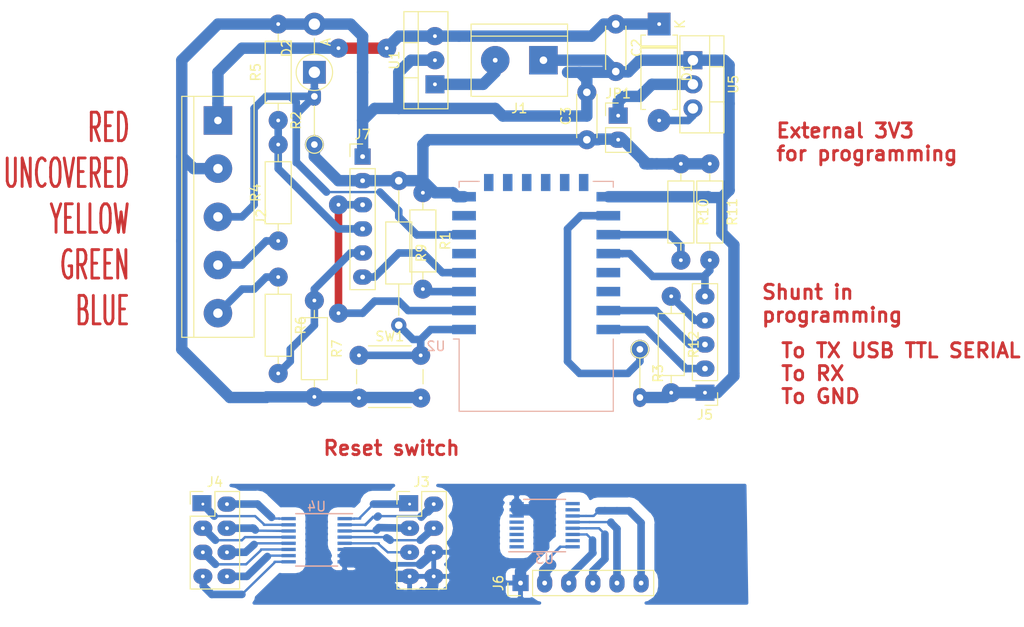
<source format=kicad_pcb>
(kicad_pcb (version 20171130) (host pcbnew 5.0.2-bee76a0~70~ubuntu18.04.1)

  (general
    (thickness 1.6)
    (drawings 7)
    (tracks 312)
    (zones 0)
    (modules 29)
    (nets 36)
  )

  (page A4)
  (layers
    (0 F.Cu signal)
    (31 B.Cu signal)
    (32 B.Adhes user)
    (33 F.Adhes user)
    (34 B.Paste user)
    (35 F.Paste user)
    (36 B.SilkS user)
    (37 F.SilkS user)
    (38 B.Mask user)
    (39 F.Mask user)
    (40 Dwgs.User user)
    (41 Cmts.User user)
    (42 Eco1.User user)
    (43 Eco2.User user)
    (44 Edge.Cuts user)
    (45 Margin user)
    (46 B.CrtYd user)
    (47 F.CrtYd user)
    (48 B.Fab user)
    (49 F.Fab user)
  )

  (setup
    (last_trace_width 0.8)
    (user_trace_width 0.3)
    (user_trace_width 0.3)
    (user_trace_width 0.3)
    (user_trace_width 0.6)
    (user_trace_width 0.6)
    (user_trace_width 0.6)
    (user_trace_width 1)
    (user_trace_width 1)
    (trace_clearance 0.2)
    (zone_clearance 1)
    (zone_45_only no)
    (trace_min 0.2)
    (segment_width 0.2)
    (edge_width 0.15)
    (via_size 2)
    (via_drill 0.4)
    (via_min_size 0.4)
    (via_min_drill 0.3)
    (user_via 0.4 0.3)
    (user_via 0.4 0.3)
    (user_via 0.4 0.3)
    (blind_buried_vias_allowed yes)
    (uvia_size 2)
    (uvia_drill 0.1)
    (uvias_allowed no)
    (uvia_min_size 0.2)
    (uvia_min_drill 0.1)
    (pcb_text_width 0.3)
    (pcb_text_size 1.5 1.5)
    (mod_edge_width 0.15)
    (mod_text_size 1 1)
    (mod_text_width 0.15)
    (pad_size 1.7 1.7)
    (pad_drill 0.5)
    (pad_to_mask_clearance 0.051)
    (solder_mask_min_width 0.25)
    (aux_axis_origin 0 0)
    (visible_elements FFFFFF7F)
    (pcbplotparams
      (layerselection 0x010fc_ffffffff)
      (usegerberextensions false)
      (usegerberattributes false)
      (usegerberadvancedattributes false)
      (creategerberjobfile false)
      (excludeedgelayer true)
      (linewidth 0.100000)
      (plotframeref false)
      (viasonmask false)
      (mode 1)
      (useauxorigin false)
      (hpglpennumber 1)
      (hpglpenspeed 20)
      (hpglpendiameter 15.000000)
      (psnegative false)
      (psa4output false)
      (plotreference true)
      (plotvalue true)
      (plotinvisibletext false)
      (padsonsilk false)
      (subtractmaskfromsilk false)
      (outputformat 4)
      (mirror false)
      (drillshape 1)
      (scaleselection 1)
      (outputdirectory ""))
  )

  (net 0 "")
  (net 1 +12V)
  (net 2 GND)
  (net 3 +8V)
  (net 4 +3V3)
  (net 5 /A1)
  (net 6 /A3)
  (net 7 /A5)
  (net 8 /A4)
  (net 9 /A2)
  (net 10 /A16)
  (net 11 /A14)
  (net 12 /A12)
  (net 13 /A10)
  (net 14 /A9)
  (net 15 /A11)
  (net 16 /A13)
  (net 17 /A15)
  (net 18 "Net-(J5-Pad2)")
  (net 19 "Net-(R10-Pad2)")
  (net 20 "Net-(J5-Pad4)")
  (net 21 "Net-(J5-Pad3)")
  (net 22 "Net-(J5-Pad5)")
  (net 23 "Net-(D1-Pad2)")
  (net 24 "Net-(JP1-Pad1)")
  (net 25 "Net-(R1-Pad2)")
  (net 26 "Net-(R9-Pad2)")
  (net 27 "Net-(R3-Pad1)")
  (net 28 /+3v3)
  (net 29 /B14)
  (net 30 /B13)
  (net 31 /B12)
  (net 32 /B11)
  (net 33 /SPEED-Y)
  (net 34 /COS-B)
  (net 35 /SIN-G)

  (net_class Default "This is the default net class."
    (clearance 0.2)
    (trace_width 0.8)
    (via_dia 2)
    (via_drill 0.4)
    (uvia_dia 2)
    (uvia_drill 0.1)
    (add_net /A1)
    (add_net /A10)
    (add_net /A11)
    (add_net /A12)
    (add_net /A13)
    (add_net /A14)
    (add_net /A15)
    (add_net /A16)
    (add_net /A2)
    (add_net /A3)
    (add_net /A4)
    (add_net /A5)
    (add_net /A9)
    (add_net /B11)
    (add_net /B12)
    (add_net /B13)
    (add_net /B14)
    (add_net /COS-B)
    (add_net /SIN-G)
    (add_net /SPEED-Y)
    (add_net "Net-(D1-Pad2)")
    (add_net "Net-(J5-Pad2)")
    (add_net "Net-(J5-Pad3)")
    (add_net "Net-(J5-Pad4)")
    (add_net "Net-(J5-Pad5)")
    (add_net "Net-(R1-Pad2)")
    (add_net "Net-(R10-Pad2)")
    (add_net "Net-(R3-Pad1)")
    (add_net "Net-(R9-Pad2)")
  )

  (net_class Nova ""
    (clearance 0.2)
    (trace_width 0.8)
    (via_dia 2)
    (via_drill 0.4)
    (uvia_dia 2)
    (uvia_drill 0.1)
  )

  (net_class gnd ""
    (clearance 0.2)
    (trace_width 1.2)
    (via_dia 2)
    (via_drill 0.4)
    (uvia_dia 2)
    (uvia_drill 0.1)
    (add_net GND)
  )

  (net_class vcc ""
    (clearance 0.2)
    (trace_width 1.2)
    (via_dia 2)
    (via_drill 0.4)
    (uvia_dia 2)
    (uvia_drill 0.1)
    (add_net +12V)
    (add_net +3V3)
    (add_net +8V)
    (add_net /+3v3)
    (add_net "Net-(JP1-Pad1)")
  )

  (module Resistor_THT:R_Axial_DIN0204_L3.6mm_D1.6mm_P5.08mm_Vertical (layer F.Cu) (tedit 5C1B8094) (tstamp 5C1A83A9)
    (at 49.53 48.26 90)
    (descr "Resistor, Axial_DIN0204 series, Axial, Vertical, pin pitch=5.08mm, 0.167W, length*diameter=3.6*1.6mm^2, http://cdn-reichelt.de/documents/datenblatt/B400/1_4W%23YAG.pdf")
    (tags "Resistor Axial_DIN0204 series Axial Vertical pin pitch 5.08mm 0.167W length 3.6mm diameter 1.6mm")
    (path /5BCE3976)
    (fp_text reference R2 (at 2.54 -1.92 90) (layer F.SilkS)
      (effects (font (size 1 1) (thickness 0.15)))
    )
    (fp_text value 10k (at 2.54 1.92 90) (layer F.Fab)
      (effects (font (size 1 1) (thickness 0.15)))
    )
    (fp_text user %R (at 2.54 -1.92 90) (layer F.Fab)
      (effects (font (size 1 1) (thickness 0.15)))
    )
    (fp_line (start 6.03 -1.05) (end -1.05 -1.05) (layer F.CrtYd) (width 0.05))
    (fp_line (start 6.03 1.05) (end 6.03 -1.05) (layer F.CrtYd) (width 0.05))
    (fp_line (start -1.05 1.05) (end 6.03 1.05) (layer F.CrtYd) (width 0.05))
    (fp_line (start -1.05 -1.05) (end -1.05 1.05) (layer F.CrtYd) (width 0.05))
    (fp_line (start 0.92 0) (end 4.08 0) (layer F.SilkS) (width 0.12))
    (fp_line (start 0 0) (end 5.08 0) (layer F.Fab) (width 0.1))
    (fp_circle (center 0 0) (end 0.92 0) (layer F.SilkS) (width 0.12))
    (fp_circle (center 0 0) (end 0.8 0) (layer F.Fab) (width 0.1))
    (pad 2 thru_hole oval (at 5.08 0 90) (size 2 1.4) (drill 0.7) (layers *.Cu *.Mask)
      (net 33 /SPEED-Y))
    (pad 1 thru_hole circle (at 0 0 90) (size 2 2) (drill 0.7) (layers *.Cu *.Mask)
      (net 4 +3V3))
    (model ${KISYS3DMOD}/Resistor_THT.3dshapes/R_Axial_DIN0204_L3.6mm_D1.6mm_P5.08mm_Vertical.wrl
      (at (xyz 0 0 0))
      (scale (xyz 1 1 1))
      (rotate (xyz 0 0 0))
    )
  )

  (module Package_TO_SOT_THT:TO-220-3_Vertical (layer F.Cu) (tedit 5AC8BA0D) (tstamp 5BECC564)
    (at 62.23 41.91 90)
    (descr "TO-220-3, Vertical, RM 2.54mm, see https://www.vishay.com/docs/66542/to-220-1.pdf")
    (tags "TO-220-3 Vertical RM 2.54mm")
    (path /5C194147)
    (fp_text reference U1 (at 2.54 -4.27 90) (layer F.SilkS)
      (effects (font (size 1 1) (thickness 0.15)))
    )
    (fp_text value L7808 (at 2.54 2.5 90) (layer F.Fab)
      (effects (font (size 1 1) (thickness 0.15)))
    )
    (fp_text user %R (at 2.54 -4.27 90) (layer F.Fab)
      (effects (font (size 1 1) (thickness 0.15)))
    )
    (fp_line (start 7.79 -3.4) (end -2.71 -3.4) (layer F.CrtYd) (width 0.05))
    (fp_line (start 7.79 1.51) (end 7.79 -3.4) (layer F.CrtYd) (width 0.05))
    (fp_line (start -2.71 1.51) (end 7.79 1.51) (layer F.CrtYd) (width 0.05))
    (fp_line (start -2.71 -3.4) (end -2.71 1.51) (layer F.CrtYd) (width 0.05))
    (fp_line (start 4.391 -3.27) (end 4.391 -1.76) (layer F.SilkS) (width 0.12))
    (fp_line (start 0.69 -3.27) (end 0.69 -1.76) (layer F.SilkS) (width 0.12))
    (fp_line (start -2.58 -1.76) (end 7.66 -1.76) (layer F.SilkS) (width 0.12))
    (fp_line (start 7.66 -3.27) (end 7.66 1.371) (layer F.SilkS) (width 0.12))
    (fp_line (start -2.58 -3.27) (end -2.58 1.371) (layer F.SilkS) (width 0.12))
    (fp_line (start -2.58 1.371) (end 7.66 1.371) (layer F.SilkS) (width 0.12))
    (fp_line (start -2.58 -3.27) (end 7.66 -3.27) (layer F.SilkS) (width 0.12))
    (fp_line (start 4.39 -3.15) (end 4.39 -1.88) (layer F.Fab) (width 0.1))
    (fp_line (start 0.69 -3.15) (end 0.69 -1.88) (layer F.Fab) (width 0.1))
    (fp_line (start -2.46 -1.88) (end 7.54 -1.88) (layer F.Fab) (width 0.1))
    (fp_line (start 7.54 -3.15) (end -2.46 -3.15) (layer F.Fab) (width 0.1))
    (fp_line (start 7.54 1.25) (end 7.54 -3.15) (layer F.Fab) (width 0.1))
    (fp_line (start -2.46 1.25) (end 7.54 1.25) (layer F.Fab) (width 0.1))
    (fp_line (start -2.46 -3.15) (end -2.46 1.25) (layer F.Fab) (width 0.1))
    (pad 3 thru_hole oval (at 5.08 0 90) (size 1.905 2) (drill 0.4) (layers *.Cu *.Mask)
      (net 3 +8V))
    (pad 2 thru_hole oval (at 2.54 0 90) (size 1.905 2) (drill 0.4) (layers *.Cu *.Mask)
      (net 2 GND))
    (pad 1 thru_hole rect (at 0 0 90) (size 1.905 2) (drill 0.4) (layers *.Cu *.Mask)
      (net 1 +12V))
    (model ${KISYS3DMOD}/Package_TO_SOT_THT.3dshapes/TO-220-3_Vertical.wrl
      (at (xyz 0 0 0))
      (scale (xyz 1 1 1))
      (rotate (xyz 0 0 0))
    )
  )

  (module Button_Switch_THT:SW_PUSH_6mm (layer F.Cu) (tedit 5A02FE31) (tstamp 5BECE38D)
    (at 54.229 70.485)
    (descr https://www.omron.com/ecb/products/pdf/en-b3f.pdf)
    (tags "tact sw push 6mm")
    (path /5BF3CBBE)
    (fp_text reference SW1 (at 3.25 -2) (layer F.SilkS)
      (effects (font (size 1 1) (thickness 0.15)))
    )
    (fp_text value SW_DIP_x01 (at 3.75 6.7) (layer F.Fab)
      (effects (font (size 1 1) (thickness 0.15)))
    )
    (fp_circle (center 3.25 2.25) (end 1.25 2.5) (layer F.Fab) (width 0.1))
    (fp_line (start 6.75 3) (end 6.75 1.5) (layer F.SilkS) (width 0.12))
    (fp_line (start 5.5 -1) (end 1 -1) (layer F.SilkS) (width 0.12))
    (fp_line (start -0.25 1.5) (end -0.25 3) (layer F.SilkS) (width 0.12))
    (fp_line (start 1 5.5) (end 5.5 5.5) (layer F.SilkS) (width 0.12))
    (fp_line (start 8 -1.25) (end 8 5.75) (layer F.CrtYd) (width 0.05))
    (fp_line (start 7.75 6) (end -1.25 6) (layer F.CrtYd) (width 0.05))
    (fp_line (start -1.5 5.75) (end -1.5 -1.25) (layer F.CrtYd) (width 0.05))
    (fp_line (start -1.25 -1.5) (end 7.75 -1.5) (layer F.CrtYd) (width 0.05))
    (fp_line (start -1.5 6) (end -1.25 6) (layer F.CrtYd) (width 0.05))
    (fp_line (start -1.5 5.75) (end -1.5 6) (layer F.CrtYd) (width 0.05))
    (fp_line (start -1.5 -1.5) (end -1.25 -1.5) (layer F.CrtYd) (width 0.05))
    (fp_line (start -1.5 -1.25) (end -1.5 -1.5) (layer F.CrtYd) (width 0.05))
    (fp_line (start 8 -1.5) (end 8 -1.25) (layer F.CrtYd) (width 0.05))
    (fp_line (start 7.75 -1.5) (end 8 -1.5) (layer F.CrtYd) (width 0.05))
    (fp_line (start 8 6) (end 8 5.75) (layer F.CrtYd) (width 0.05))
    (fp_line (start 7.75 6) (end 8 6) (layer F.CrtYd) (width 0.05))
    (fp_line (start 0.25 -0.75) (end 3.25 -0.75) (layer F.Fab) (width 0.1))
    (fp_line (start 0.25 5.25) (end 0.25 -0.75) (layer F.Fab) (width 0.1))
    (fp_line (start 6.25 5.25) (end 0.25 5.25) (layer F.Fab) (width 0.1))
    (fp_line (start 6.25 -0.75) (end 6.25 5.25) (layer F.Fab) (width 0.1))
    (fp_line (start 3.25 -0.75) (end 6.25 -0.75) (layer F.Fab) (width 0.1))
    (fp_text user %R (at 3.25 2.25) (layer F.Fab)
      (effects (font (size 1 1) (thickness 0.15)))
    )
    (pad 1 thru_hole circle (at 6.5 0 90) (size 2 2) (drill 0.4) (layers *.Cu *.Mask)
      (net 26 "Net-(R9-Pad2)"))
    (pad 2 thru_hole circle (at 6.5 4.5 90) (size 2 2) (drill 0.4) (layers *.Cu *.Mask)
      (net 2 GND))
    (pad 1 thru_hole circle (at 0 0 90) (size 2 2) (drill 0.4) (layers *.Cu *.Mask)
      (net 26 "Net-(R9-Pad2)"))
    (pad 2 thru_hole circle (at 0 4.5 90) (size 2 2) (drill 0.4) (layers *.Cu *.Mask)
      (net 2 GND))
    (model ${KISYS3DMOD}/Button_Switch_THT.3dshapes/SW_PUSH_6mm.wrl
      (at (xyz 0 0 0))
      (scale (xyz 1 1 1))
      (rotate (xyz 0 0 0))
    )
  )

  (module Diode_THT:D_DO-15_P10.16mm_Horizontal (layer F.Cu) (tedit 5AE50CD5) (tstamp 5BEB2FA0)
    (at 85.852 35.56 270)
    (descr "Diode, DO-15 series, Axial, Horizontal, pin pitch=10.16mm, , length*diameter=7.6*3.6mm^2, , http://www.diodes.com/_files/packages/DO-15.pdf")
    (tags "Diode DO-15 series Axial Horizontal pin pitch 10.16mm  length 7.6mm diameter 3.6mm")
    (path /5BCF1EF4)
    (fp_text reference D1 (at 5.08 -2.92 270) (layer F.SilkS)
      (effects (font (size 1 1) (thickness 0.15)))
    )
    (fp_text value 3.3 (at 5.08 2.92 270) (layer F.Fab)
      (effects (font (size 1 1) (thickness 0.15)))
    )
    (fp_text user K (at 0 -2.2 270) (layer F.SilkS)
      (effects (font (size 1 1) (thickness 0.15)))
    )
    (fp_text user K (at 0 -2.2 270) (layer F.Fab)
      (effects (font (size 1 1) (thickness 0.15)))
    )
    (fp_text user %R (at 5.65 0 270) (layer F.Fab)
      (effects (font (size 1 1) (thickness 0.15)))
    )
    (fp_line (start 11.61 -2.05) (end -1.45 -2.05) (layer F.CrtYd) (width 0.05))
    (fp_line (start 11.61 2.05) (end 11.61 -2.05) (layer F.CrtYd) (width 0.05))
    (fp_line (start -1.45 2.05) (end 11.61 2.05) (layer F.CrtYd) (width 0.05))
    (fp_line (start -1.45 -2.05) (end -1.45 2.05) (layer F.CrtYd) (width 0.05))
    (fp_line (start 2.3 -1.92) (end 2.3 1.92) (layer F.SilkS) (width 0.12))
    (fp_line (start 2.54 -1.92) (end 2.54 1.92) (layer F.SilkS) (width 0.12))
    (fp_line (start 2.42 -1.92) (end 2.42 1.92) (layer F.SilkS) (width 0.12))
    (fp_line (start 9 1.92) (end 9 1.44) (layer F.SilkS) (width 0.12))
    (fp_line (start 1.16 1.92) (end 9 1.92) (layer F.SilkS) (width 0.12))
    (fp_line (start 1.16 1.44) (end 1.16 1.92) (layer F.SilkS) (width 0.12))
    (fp_line (start 9 -1.92) (end 9 -1.44) (layer F.SilkS) (width 0.12))
    (fp_line (start 1.16 -1.92) (end 9 -1.92) (layer F.SilkS) (width 0.12))
    (fp_line (start 1.16 -1.44) (end 1.16 -1.92) (layer F.SilkS) (width 0.12))
    (fp_line (start 2.32 -1.8) (end 2.32 1.8) (layer F.Fab) (width 0.1))
    (fp_line (start 2.52 -1.8) (end 2.52 1.8) (layer F.Fab) (width 0.1))
    (fp_line (start 2.42 -1.8) (end 2.42 1.8) (layer F.Fab) (width 0.1))
    (fp_line (start 10.16 0) (end 8.88 0) (layer F.Fab) (width 0.1))
    (fp_line (start 0 0) (end 1.28 0) (layer F.Fab) (width 0.1))
    (fp_line (start 8.88 -1.8) (end 1.28 -1.8) (layer F.Fab) (width 0.1))
    (fp_line (start 8.88 1.8) (end 8.88 -1.8) (layer F.Fab) (width 0.1))
    (fp_line (start 1.28 1.8) (end 8.88 1.8) (layer F.Fab) (width 0.1))
    (fp_line (start 1.28 -1.8) (end 1.28 1.8) (layer F.Fab) (width 0.1))
    (pad 2 thru_hole oval (at 10.16 0 270) (size 2.4 2.4) (drill 0.4) (layers *.Cu *.Mask)
      (net 23 "Net-(D1-Pad2)"))
    (pad 1 thru_hole rect (at 0 0 270) (size 2.4 2.4) (drill 0.4) (layers *.Cu *.Mask)
      (net 3 +8V))
    (model ${KISYS3DMOD}/Diode_THT.3dshapes/D_DO-15_P10.16mm_Horizontal.wrl
      (at (xyz 0 0 0))
      (scale (xyz 1 1 1))
      (rotate (xyz 0 0 0))
    )
  )

  (module RF_Module:ESP-12E locked (layer B.Cu) (tedit 5A030172) (tstamp 5BDB370C)
    (at 72.898 64.262)
    (descr "Wi-Fi Module, http://wiki.ai-thinker.com/_media/esp8266/docs/aithinker_esp_12f_datasheet_en.pdf")
    (tags "Wi-Fi Module")
    (path /5BCE3305)
    (attr smd)
    (fp_text reference U2 (at -10.56 5.26) (layer B.SilkS)
      (effects (font (size 1 1) (thickness 0.15)) (justify mirror))
    )
    (fp_text value ESP-12E (at -0.06 12.78) (layer B.Fab)
      (effects (font (size 1 1) (thickness 0.15)) (justify mirror))
    )
    (fp_line (start 5.56 4.8) (end 8.12 7.36) (layer Dwgs.User) (width 0.12))
    (fp_line (start 2.56 4.8) (end 8.12 10.36) (layer Dwgs.User) (width 0.12))
    (fp_line (start -0.44 4.8) (end 6.88 12.12) (layer Dwgs.User) (width 0.12))
    (fp_line (start -3.44 4.8) (end 3.88 12.12) (layer Dwgs.User) (width 0.12))
    (fp_line (start -6.44 4.8) (end 0.88 12.12) (layer Dwgs.User) (width 0.12))
    (fp_line (start -8.12 6.12) (end -2.12 12.12) (layer Dwgs.User) (width 0.12))
    (fp_line (start -8.12 9.12) (end -5.12 12.12) (layer Dwgs.User) (width 0.12))
    (fp_line (start -8.12 4.8) (end -8.12 12.12) (layer Dwgs.User) (width 0.12))
    (fp_line (start 8.12 4.8) (end -8.12 4.8) (layer Dwgs.User) (width 0.12))
    (fp_line (start 8.12 12.12) (end 8.12 4.8) (layer Dwgs.User) (width 0.12))
    (fp_line (start -8.12 12.12) (end 8.12 12.12) (layer Dwgs.User) (width 0.12))
    (fp_line (start -8.12 4.5) (end -8.73 4.5) (layer B.SilkS) (width 0.12))
    (fp_line (start -8.12 4.5) (end -8.12 12.12) (layer B.SilkS) (width 0.12))
    (fp_line (start -8.12 -12.12) (end -8.12 -11.5) (layer B.SilkS) (width 0.12))
    (fp_line (start -6 -12.12) (end -8.12 -12.12) (layer B.SilkS) (width 0.12))
    (fp_line (start 8.12 -12.12) (end 6 -12.12) (layer B.SilkS) (width 0.12))
    (fp_line (start 8.12 -11.5) (end 8.12 -12.12) (layer B.SilkS) (width 0.12))
    (fp_line (start 8.12 12.12) (end 8.12 4.5) (layer B.SilkS) (width 0.12))
    (fp_line (start -8.12 12.12) (end 8.12 12.12) (layer B.SilkS) (width 0.12))
    (fp_line (start -9.05 -13.1) (end -9.05 12.2) (layer B.CrtYd) (width 0.05))
    (fp_line (start 9.05 -13.1) (end -9.05 -13.1) (layer B.CrtYd) (width 0.05))
    (fp_line (start 9.05 12.2) (end 9.05 -13.1) (layer B.CrtYd) (width 0.05))
    (fp_line (start -9.05 12.2) (end 9.05 12.2) (layer B.CrtYd) (width 0.05))
    (fp_line (start -8 4) (end -8 12) (layer B.Fab) (width 0.12))
    (fp_line (start -7.5 3.5) (end -8 4) (layer B.Fab) (width 0.12))
    (fp_line (start -8 3) (end -7.5 3.5) (layer B.Fab) (width 0.12))
    (fp_line (start -8 -12) (end -8 3) (layer B.Fab) (width 0.12))
    (fp_line (start 8 -12) (end -8 -12) (layer B.Fab) (width 0.12))
    (fp_line (start 8 12) (end 8 -12) (layer B.Fab) (width 0.12))
    (fp_line (start -8 12) (end 8 12) (layer B.Fab) (width 0.12))
    (fp_text user %R (at 0.49 0.8) (layer B.Fab)
      (effects (font (size 1 1) (thickness 0.15)) (justify mirror))
    )
    (fp_text user "KEEP-OUT ZONE" (at 0.03 9.55 -180) (layer Cmts.User)
      (effects (font (size 1 1) (thickness 0.15)))
    )
    (fp_text user Antenna (at -0.06 7 -180) (layer Cmts.User)
      (effects (font (size 1 1) (thickness 0.15)))
    )
    (pad 22 smd rect (at 7.6 3.5) (size 2.5 1) (layers B.Cu B.Paste B.Mask)
      (net 18 "Net-(J5-Pad2)"))
    (pad 21 smd rect (at 7.6 1.5) (size 2.5 1) (layers B.Cu B.Paste B.Mask)
      (net 21 "Net-(J5-Pad3)"))
    (pad 20 smd rect (at 7.6 -0.5) (size 2.5 1) (layers B.Cu B.Paste B.Mask))
    (pad 19 smd rect (at 7.6 -2.5) (size 2.5 1) (layers B.Cu B.Paste B.Mask))
    (pad 18 smd rect (at 7.6 -4.5) (size 2.5 1) (layers B.Cu B.Paste B.Mask)
      (net 22 "Net-(J5-Pad5)"))
    (pad 17 smd rect (at 7.6 -6.5) (size 2.5 1) (layers B.Cu B.Paste B.Mask)
      (net 19 "Net-(R10-Pad2)"))
    (pad 16 smd rect (at 7.6 -8.5) (size 2.5 1) (layers B.Cu B.Paste B.Mask)
      (net 27 "Net-(R3-Pad1)"))
    (pad 15 smd rect (at 7.6 -10.5) (size 2.5 1) (layers B.Cu B.Paste B.Mask)
      (net 2 GND))
    (pad 14 smd rect (at 5 -12) (size 1 1.8) (layers B.Cu B.Paste B.Mask))
    (pad 13 smd rect (at 3 -12) (size 1 1.8) (layers B.Cu B.Paste B.Mask))
    (pad 12 smd rect (at 1 -12) (size 1 1.8) (layers B.Cu B.Paste B.Mask))
    (pad 11 smd rect (at -1 -12) (size 1 1.8) (layers B.Cu B.Paste B.Mask))
    (pad 10 smd rect (at -3 -12) (size 1 1.8) (layers B.Cu B.Paste B.Mask))
    (pad 9 smd rect (at -5 -12) (size 1 1.8) (layers B.Cu B.Paste B.Mask))
    (pad 8 smd rect (at -7.6 -10.5) (size 2.5 1) (layers B.Cu B.Paste B.Mask)
      (net 4 +3V3))
    (pad 7 smd rect (at -7.6 -8.5) (size 2.5 1) (layers B.Cu B.Paste B.Mask))
    (pad 6 smd rect (at -7.6 -6.5) (size 2.5 1) (layers B.Cu B.Paste B.Mask)
      (net 33 /SPEED-Y))
    (pad 5 smd rect (at -7.6 -4.5) (size 2.5 1) (layers B.Cu B.Paste B.Mask))
    (pad 4 smd rect (at -7.6 -2.5) (size 2.5 1) (layers B.Cu B.Paste B.Mask)
      (net 32 /B11))
    (pad 3 smd rect (at -7.6 -0.5) (size 2.5 1) (layers B.Cu B.Paste B.Mask)
      (net 25 "Net-(R1-Pad2)"))
    (pad 2 smd rect (at -7.6 1.5) (size 2.5 1) (layers B.Cu B.Paste B.Mask)
      (net 29 /B14))
    (pad 1 smd rect (at -7.6 3.5) (size 2.5 1) (layers B.Cu B.Paste B.Mask)
      (net 26 "Net-(R9-Pad2)"))
    (model ${KISYS3DMOD}/RF_Module.3dshapes/ESP-12E.wrl
      (at (xyz 0 0 0))
      (scale (xyz 1 1 1))
      (rotate (xyz 0 0 0))
    )
  )

  (module Package_SO:TSSOP-16_4.4x5mm_P0.65mm (layer B.Cu) (tedit 5BDAB62C) (tstamp 5BECD24E)
    (at 49.767803 89.975432 180)
    (descr "16-Lead Plastic Thin Shrink Small Outline (ST)-4.4 mm Body [TSSOP] (see Microchip Packaging Specification 00000049BS.pdf)")
    (tags "SSOP 0.65")
    (path /5BE376E0)
    (attr smd)
    (fp_text reference U4 (at 0 3.55 180) (layer B.SilkS)
      (effects (font (size 1 1) (thickness 0.15)) (justify mirror))
    )
    (fp_text value ADG733BRU (at 0 -3.55 180) (layer B.Fab)
      (effects (font (size 1 1) (thickness 0.15)) (justify mirror))
    )
    (fp_text user %R (at 0 0 180) (layer B.Fab)
      (effects (font (size 0.8 0.8) (thickness 0.15)) (justify mirror))
    )
    (fp_line (start -3.775 2.8) (end 2.2 2.8) (layer B.SilkS) (width 0.15))
    (fp_line (start -2.2 -2.725) (end 2.2 -2.725) (layer B.SilkS) (width 0.15))
    (fp_line (start -3.95 -2.8) (end 3.95 -2.8) (layer B.CrtYd) (width 0.05))
    (fp_line (start -3.95 2.9) (end 3.95 2.9) (layer B.CrtYd) (width 0.05))
    (fp_line (start 3.95 2.9) (end 3.95 -2.8) (layer B.CrtYd) (width 0.05))
    (fp_line (start -3.95 2.9) (end -3.95 -2.8) (layer B.CrtYd) (width 0.05))
    (fp_line (start -2.2 1.5) (end -1.2 2.5) (layer B.Fab) (width 0.15))
    (fp_line (start -2.2 -2.5) (end -2.2 1.5) (layer B.Fab) (width 0.15))
    (fp_line (start 2.2 -2.5) (end -2.2 -2.5) (layer B.Fab) (width 0.15))
    (fp_line (start 2.2 2.5) (end 2.2 -2.5) (layer B.Fab) (width 0.15))
    (fp_line (start -1.2 2.5) (end 2.2 2.5) (layer B.Fab) (width 0.15))
    (pad 16 smd rect (at 2.95 2.275 180) (size 1.5 0.35) (layers B.Cu B.Paste B.Mask)
      (net 10 /A16))
    (pad 15 smd rect (at 2.95 1.625 180) (size 1.5 0.35) (layers B.Cu B.Paste B.Mask)
      (net 17 /A15))
    (pad 14 smd rect (at 2.95 0.975 180) (size 1.5 0.35) (layers B.Cu B.Paste B.Mask)
      (net 11 /A14))
    (pad 13 smd rect (at 2.95 0.325 180) (size 1.5 0.35) (layers B.Cu B.Paste B.Mask)
      (net 16 /A13))
    (pad 12 smd rect (at 2.95 -0.325 180) (size 1.5 0.35) (layers B.Cu B.Paste B.Mask)
      (net 12 /A12))
    (pad 11 smd rect (at 2.95 -0.975 180) (size 1.5 0.35) (layers B.Cu B.Paste B.Mask)
      (net 15 /A11))
    (pad 10 smd rect (at 2.95 -1.625 180) (size 1.5 0.35) (layers B.Cu B.Paste B.Mask)
      (net 13 /A10))
    (pad 9 smd rect (at 2.95 -2.275 180) (size 1.5 0.35) (layers B.Cu B.Paste B.Mask)
      (net 14 /A9))
    (pad 8 smd rect (at -2.95 -2.275 180) (size 1.5 0.35) (layers B.Cu B.Paste B.Mask)
      (net 2 GND))
    (pad 7 smd rect (at -2.95 -1.625 180) (size 1.5 0.35) (layers B.Cu B.Paste B.Mask)
      (net 2 GND))
    (pad 6 smd rect (at -2.95 -0.975 180) (size 1.5 0.35) (layers B.Cu B.Paste B.Mask)
      (net 2 GND))
    (pad 5 smd rect (at -2.95 -0.325 180) (size 1.5 0.35) (layers B.Cu B.Paste B.Mask)
      (net 7 /A5))
    (pad 4 smd rect (at -2.95 0.325 180) (size 1.5 0.35) (layers B.Cu B.Paste B.Mask)
      (net 8 /A4))
    (pad 3 smd rect (at -2.95 0.975 180) (size 1.5 0.35) (layers B.Cu B.Paste B.Mask)
      (net 6 /A3))
    (pad 2 smd rect (at -2.95 1.625 180) (size 1.5 0.35) (layers B.Cu B.Paste B.Mask)
      (net 9 /A2))
    (pad 1 smd rect (at -2.95 2.275 180) (size 1.5 0.35) (layers B.Cu B.Paste B.Mask)
      (net 5 /A1))
    (model ${KISYS3DMOD}/Package_SO.3dshapes/TSSOP-16_4.4x5mm_P0.65mm.wrl
      (at (xyz 0 0 0))
      (scale (xyz 1 1 1))
      (rotate (xyz 0 0 0))
    )
  )

  (module MyPads:PinHeader_2x04_P2.54mm_Vertical (layer F.Cu) (tedit 5BDC49B8) (tstamp 5BF2ACB7)
    (at 59.563 86.1695)
    (descr "Through hole straight pin header, 2x04, 2.54mm pitch, double rows")
    (tags "Through hole pin header THT 2x04 2.54mm double row")
    (path /5BEABE1F)
    (fp_text reference J3 (at 1.27 -2.33) (layer F.SilkS)
      (effects (font (size 1 1) (thickness 0.15)))
    )
    (fp_text value Conn_02x04_Odd_Even (at 1.27 9.95) (layer F.Fab)
      (effects (font (size 1 1) (thickness 0.15)))
    )
    (fp_text user %R (at 1.27 3.81 90) (layer F.Fab)
      (effects (font (size 1 1) (thickness 0.15)))
    )
    (fp_line (start 4.35 -1.8) (end -1.8 -1.8) (layer F.CrtYd) (width 0.05))
    (fp_line (start 4.35 9.4) (end 4.35 -1.8) (layer F.CrtYd) (width 0.05))
    (fp_line (start -1.8 9.4) (end 4.35 9.4) (layer F.CrtYd) (width 0.05))
    (fp_line (start -1.8 -1.8) (end -1.8 9.4) (layer F.CrtYd) (width 0.05))
    (fp_line (start -1.33 -1.33) (end 0 -1.33) (layer F.SilkS) (width 0.12))
    (fp_line (start -1.33 0) (end -1.33 -1.33) (layer F.SilkS) (width 0.12))
    (fp_line (start 1.27 -1.33) (end 3.87 -1.33) (layer F.SilkS) (width 0.12))
    (fp_line (start 1.27 1.27) (end 1.27 -1.33) (layer F.SilkS) (width 0.12))
    (fp_line (start -1.33 1.27) (end 1.27 1.27) (layer F.SilkS) (width 0.12))
    (fp_line (start 3.87 -1.33) (end 3.87 8.95) (layer F.SilkS) (width 0.12))
    (fp_line (start -1.33 1.27) (end -1.33 8.95) (layer F.SilkS) (width 0.12))
    (fp_line (start -1.33 8.95) (end 3.87 8.95) (layer F.SilkS) (width 0.12))
    (fp_line (start -1.27 0) (end 0 -1.27) (layer F.Fab) (width 0.1))
    (fp_line (start -1.27 8.89) (end -1.27 0) (layer F.Fab) (width 0.1))
    (fp_line (start 3.81 8.89) (end -1.27 8.89) (layer F.Fab) (width 0.1))
    (fp_line (start 3.81 -1.27) (end 3.81 8.89) (layer F.Fab) (width 0.1))
    (fp_line (start 0 -1.27) (end 3.81 -1.27) (layer F.Fab) (width 0.1))
    (pad 1 thru_hole rect (at 0 0) (size 2 1.7) (drill 0.3 (offset -0.1 -0.1)) (layers *.Cu *.Mask)
      (net 5 /A1))
    (pad 2 thru_hole oval (at 2.54 0) (size 2 1.6) (drill 0.4) (layers *.Cu *.Mask)
      (net 9 /A2))
    (pad 3 thru_hole oval (at 0 2.54) (size 2 1.6) (drill 0.4) (layers *.Cu *.Mask)
      (net 6 /A3))
    (pad 4 thru_hole oval (at 2.54 2.54) (size 2 1.6) (drill 0.4) (layers *.Cu *.Mask)
      (net 8 /A4))
    (pad 5 thru_hole oval (at 0 5.08) (size 2 1.6) (drill 0.4) (layers *.Cu *.Mask)
      (net 7 /A5))
    (pad 6 thru_hole oval (at 2.54 5.08) (size 2 1.6) (drill 0.4) (layers *.Cu *.Mask)
      (net 2 GND))
    (pad 7 thru_hole oval (at 0 7.62) (size 2 1.6) (drill 0.4) (layers *.Cu *.Mask)
      (net 2 GND))
    (pad 8 thru_hole oval (at 2.54 7.62) (size 2 1.6) (drill 0.4) (layers *.Cu *.Mask)
      (net 2 GND))
    (model ${KISYS3DMOD}/Connector_PinHeader_2.54mm.3dshapes/PinHeader_2x04_P2.54mm_Vertical.wrl
      (at (xyz 0 0 0))
      (scale (xyz 1 1 1))
      (rotate (xyz 0 0 0))
    )
  )

  (module MyPads:PinHeader_2x04_P2.54mm_Vertical (layer F.Cu) (tedit 5BDC49B8) (tstamp 5BF2ABAF)
    (at 37.7825 86.1695)
    (descr "Through hole straight pin header, 2x04, 2.54mm pitch, double rows")
    (tags "Through hole pin header THT 2x04 2.54mm double row")
    (path /5BEAC076)
    (fp_text reference J4 (at 1.27 -2.33) (layer F.SilkS)
      (effects (font (size 1 1) (thickness 0.15)))
    )
    (fp_text value Conn_02x04_Odd_Even (at 1.27 9.95) (layer F.Fab)
      (effects (font (size 1 1) (thickness 0.15)))
    )
    (fp_text user %R (at 1.27 3.81 90) (layer F.Fab)
      (effects (font (size 1 1) (thickness 0.15)))
    )
    (fp_line (start 4.35 -1.8) (end -1.8 -1.8) (layer F.CrtYd) (width 0.05))
    (fp_line (start 4.35 9.4) (end 4.35 -1.8) (layer F.CrtYd) (width 0.05))
    (fp_line (start -1.8 9.4) (end 4.35 9.4) (layer F.CrtYd) (width 0.05))
    (fp_line (start -1.8 -1.8) (end -1.8 9.4) (layer F.CrtYd) (width 0.05))
    (fp_line (start -1.33 -1.33) (end 0 -1.33) (layer F.SilkS) (width 0.12))
    (fp_line (start -1.33 0) (end -1.33 -1.33) (layer F.SilkS) (width 0.12))
    (fp_line (start 1.27 -1.33) (end 3.87 -1.33) (layer F.SilkS) (width 0.12))
    (fp_line (start 1.27 1.27) (end 1.27 -1.33) (layer F.SilkS) (width 0.12))
    (fp_line (start -1.33 1.27) (end 1.27 1.27) (layer F.SilkS) (width 0.12))
    (fp_line (start 3.87 -1.33) (end 3.87 8.95) (layer F.SilkS) (width 0.12))
    (fp_line (start -1.33 1.27) (end -1.33 8.95) (layer F.SilkS) (width 0.12))
    (fp_line (start -1.33 8.95) (end 3.87 8.95) (layer F.SilkS) (width 0.12))
    (fp_line (start -1.27 0) (end 0 -1.27) (layer F.Fab) (width 0.1))
    (fp_line (start -1.27 8.89) (end -1.27 0) (layer F.Fab) (width 0.1))
    (fp_line (start 3.81 8.89) (end -1.27 8.89) (layer F.Fab) (width 0.1))
    (fp_line (start 3.81 -1.27) (end 3.81 8.89) (layer F.Fab) (width 0.1))
    (fp_line (start 0 -1.27) (end 3.81 -1.27) (layer F.Fab) (width 0.1))
    (pad 1 thru_hole rect (at 0 0) (size 2 1.7) (drill 0.3 (offset -0.1 -0.1)) (layers *.Cu *.Mask)
      (net 17 /A15))
    (pad 2 thru_hole oval (at 2.54 0) (size 2 1.6) (drill 0.4) (layers *.Cu *.Mask)
      (net 10 /A16))
    (pad 3 thru_hole oval (at 0 2.54) (size 2 1.6) (drill 0.4) (layers *.Cu *.Mask)
      (net 16 /A13))
    (pad 4 thru_hole oval (at 2.54 2.54) (size 2 1.6) (drill 0.4) (layers *.Cu *.Mask)
      (net 11 /A14))
    (pad 5 thru_hole oval (at 0 5.08) (size 2 1.6) (drill 0.4) (layers *.Cu *.Mask)
      (net 15 /A11))
    (pad 6 thru_hole oval (at 2.54 5.08) (size 2 1.6) (drill 0.4) (layers *.Cu *.Mask)
      (net 12 /A12))
    (pad 7 thru_hole oval (at 0 7.62) (size 2 1.6) (drill 0.4) (layers *.Cu *.Mask)
      (net 14 /A9))
    (pad 8 thru_hole oval (at 2.54 7.62) (size 2 1.6) (drill 0.4) (layers *.Cu *.Mask)
      (net 13 /A10))
    (model ${KISYS3DMOD}/Connector_PinHeader_2.54mm.3dshapes/PinHeader_2x04_P2.54mm_Vertical.wrl
      (at (xyz 0 0 0))
      (scale (xyz 1 1 1))
      (rotate (xyz 0 0 0))
    )
  )

  (module MyPads:PinHeader_1x05_P2.54mm_Vertical (layer F.Cu) (tedit 5C1B6C7E) (tstamp 5BFDA6A1)
    (at 90.678 74.422 180)
    (descr "Through hole straight pin header, 1x05, 2.54mm pitch, single row")
    (tags "Through hole pin header THT 1x05 2.54mm single row")
    (path /5BEAC666)
    (fp_text reference J5 (at 0 -2.33 180) (layer F.SilkS)
      (effects (font (size 1 1) (thickness 0.15)))
    )
    (fp_text value Conn_01x05 (at 0 12.49 180) (layer F.Fab)
      (effects (font (size 1 1) (thickness 0.15)))
    )
    (fp_line (start -0.635 -1.27) (end 1.27 -1.27) (layer F.Fab) (width 0.1))
    (fp_line (start 1.27 -1.27) (end 1.27 11.43) (layer F.Fab) (width 0.1))
    (fp_line (start 1.27 11.43) (end -1.27 11.43) (layer F.Fab) (width 0.1))
    (fp_line (start -1.27 11.43) (end -1.27 -0.635) (layer F.Fab) (width 0.1))
    (fp_line (start -1.27 -0.635) (end -0.635 -1.27) (layer F.Fab) (width 0.1))
    (fp_line (start -1.33 11.49) (end 1.33 11.49) (layer F.SilkS) (width 0.12))
    (fp_line (start -1.33 1.27) (end -1.33 11.49) (layer F.SilkS) (width 0.12))
    (fp_line (start 1.33 1.27) (end 1.33 11.49) (layer F.SilkS) (width 0.12))
    (fp_line (start -1.33 1.27) (end 1.33 1.27) (layer F.SilkS) (width 0.12))
    (fp_line (start -1.33 0) (end -1.33 -1.33) (layer F.SilkS) (width 0.12))
    (fp_line (start -1.33 -1.33) (end 0 -1.33) (layer F.SilkS) (width 0.12))
    (fp_line (start -1.8 -1.8) (end -1.8 11.95) (layer F.CrtYd) (width 0.05))
    (fp_line (start -1.8 11.95) (end 1.8 11.95) (layer F.CrtYd) (width 0.05))
    (fp_line (start 1.8 11.95) (end 1.8 -1.8) (layer F.CrtYd) (width 0.05))
    (fp_line (start 1.8 -1.8) (end -1.8 -1.8) (layer F.CrtYd) (width 0.05))
    (fp_text user %R (at 0 5.08 270) (layer F.Fab)
      (effects (font (size 1 1) (thickness 0.15)))
    )
    (pad 1 thru_hole rect (at 0 0 180) (size 2 1.7) (drill 0.4) (layers *.Cu *.Mask)
      (net 2 GND))
    (pad 2 thru_hole oval (at 0 2.54 180) (size 2 1.7) (drill 0.6) (layers *.Cu *.Mask)
      (net 18 "Net-(J5-Pad2)"))
    (pad 3 thru_hole oval (at 0 5.08 180) (size 2 1.7) (drill 0.6) (layers *.Cu *.Mask)
      (net 21 "Net-(J5-Pad3)"))
    (pad 4 thru_hole oval (at 0 7.62 180) (size 2 1.7) (drill 0.6) (layers *.Cu *.Mask)
      (net 20 "Net-(J5-Pad4)"))
    (pad 5 thru_hole oval (at 0 10.16 180) (size 2 1.7) (drill 0.6) (layers *.Cu *.Mask)
      (net 22 "Net-(J5-Pad5)"))
    (model ${KISYS3DMOD}/Connector_PinHeader_2.54mm.3dshapes/PinHeader_1x05_P2.54mm_Vertical.wrl
      (at (xyz 0 0 0))
      (scale (xyz 1 1 1))
      (rotate (xyz 0 0 0))
    )
  )

  (module MyPads:R_Axial_DIN0207_L6.3mm_D2.5mm_P10.16mm_Horizontal (layer F.Cu) (tedit 5BDC9F89) (tstamp 5C07E2AB)
    (at 45.72 58.42 90)
    (descr "Resistor, Axial_DIN0207 series, Axial, Horizontal, pin pitch=10.16mm, 0.25W = 1/4W, length*diameter=6.3*2.5mm^2, http://cdn-reichelt.de/documents/datenblatt/B400/1_4W%23YAG.pdf")
    (tags "Resistor Axial_DIN0207 series Axial Horizontal pin pitch 10.16mm 0.25W = 1/4W length 6.3mm diameter 2.5mm")
    (path /5BCE39C9)
    (fp_text reference R4 (at 5.08 -2.37 90) (layer F.SilkS)
      (effects (font (size 1 1) (thickness 0.15)))
    )
    (fp_text value 3.9k (at 5.08 2.37 90) (layer F.Fab)
      (effects (font (size 1 1) (thickness 0.15)))
    )
    (fp_text user %R (at 5.08 0 90) (layer F.Fab)
      (effects (font (size 1 1) (thickness 0.15)))
    )
    (fp_line (start 11.21 -1.5) (end -1.05 -1.5) (layer F.CrtYd) (width 0.05))
    (fp_line (start 11.21 1.5) (end 11.21 -1.5) (layer F.CrtYd) (width 0.05))
    (fp_line (start -1.05 1.5) (end 11.21 1.5) (layer F.CrtYd) (width 0.05))
    (fp_line (start -1.05 -1.5) (end -1.05 1.5) (layer F.CrtYd) (width 0.05))
    (fp_line (start 9.12 0) (end 8.35 0) (layer F.SilkS) (width 0.12))
    (fp_line (start 1.04 0) (end 1.81 0) (layer F.SilkS) (width 0.12))
    (fp_line (start 8.35 -1.37) (end 1.81 -1.37) (layer F.SilkS) (width 0.12))
    (fp_line (start 8.35 1.37) (end 8.35 -1.37) (layer F.SilkS) (width 0.12))
    (fp_line (start 1.81 1.37) (end 8.35 1.37) (layer F.SilkS) (width 0.12))
    (fp_line (start 1.81 -1.37) (end 1.81 1.37) (layer F.SilkS) (width 0.12))
    (fp_line (start 10.16 0) (end 8.23 0) (layer F.Fab) (width 0.1))
    (fp_line (start 0 0) (end 1.93 0) (layer F.Fab) (width 0.1))
    (fp_line (start 8.23 -1.25) (end 1.93 -1.25) (layer F.Fab) (width 0.1))
    (fp_line (start 8.23 1.25) (end 8.23 -1.25) (layer F.Fab) (width 0.1))
    (fp_line (start 1.93 1.25) (end 8.23 1.25) (layer F.Fab) (width 0.1))
    (fp_line (start 1.93 -1.25) (end 1.93 1.25) (layer F.Fab) (width 0.1))
    (pad 2 thru_hole circle (at 10.16 0 90) (size 2 2) (drill 0.4) (layers *.Cu *.Mask)
      (net 30 /B13))
    (pad 1 thru_hole circle (at 0 0 90) (size 2 2) (drill 0.4) (layers *.Cu *.Mask)
      (net 34 /COS-B))
    (model ${KISYS3DMOD}/Resistor_THT.3dshapes/R_Axial_DIN0207_L6.3mm_D2.5mm_P10.16mm_Horizontal.wrl
      (at (xyz 0 0 0))
      (scale (xyz 1 1 1))
      (rotate (xyz 0 0 0))
    )
  )

  (module MyPads:R_Axial_DIN0207_L6.3mm_D2.5mm_P10.16mm_Horizontal (layer F.Cu) (tedit 5BDC9F89) (tstamp 5C1A8ADC)
    (at 45.72 45.72 90)
    (descr "Resistor, Axial_DIN0207 series, Axial, Horizontal, pin pitch=10.16mm, 0.25W = 1/4W, length*diameter=6.3*2.5mm^2, http://cdn-reichelt.de/documents/datenblatt/B400/1_4W%23YAG.pdf")
    (tags "Resistor Axial_DIN0207 series Axial Horizontal pin pitch 10.16mm 0.25W = 1/4W length 6.3mm diameter 2.5mm")
    (path /5BCE3823)
    (fp_text reference R5 (at 5.08 -2.37 90) (layer F.SilkS)
      (effects (font (size 1 1) (thickness 0.15)))
    )
    (fp_text value 470 (at 5.08 2.37 90) (layer F.Fab)
      (effects (font (size 1 1) (thickness 0.15)))
    )
    (fp_text user %R (at 5.08 0 90) (layer F.Fab)
      (effects (font (size 1 1) (thickness 0.15)))
    )
    (fp_line (start 11.21 -1.5) (end -1.05 -1.5) (layer F.CrtYd) (width 0.05))
    (fp_line (start 11.21 1.5) (end 11.21 -1.5) (layer F.CrtYd) (width 0.05))
    (fp_line (start -1.05 1.5) (end 11.21 1.5) (layer F.CrtYd) (width 0.05))
    (fp_line (start -1.05 -1.5) (end -1.05 1.5) (layer F.CrtYd) (width 0.05))
    (fp_line (start 9.12 0) (end 8.35 0) (layer F.SilkS) (width 0.12))
    (fp_line (start 1.04 0) (end 1.81 0) (layer F.SilkS) (width 0.12))
    (fp_line (start 8.35 -1.37) (end 1.81 -1.37) (layer F.SilkS) (width 0.12))
    (fp_line (start 8.35 1.37) (end 8.35 -1.37) (layer F.SilkS) (width 0.12))
    (fp_line (start 1.81 1.37) (end 8.35 1.37) (layer F.SilkS) (width 0.12))
    (fp_line (start 1.81 -1.37) (end 1.81 1.37) (layer F.SilkS) (width 0.12))
    (fp_line (start 10.16 0) (end 8.23 0) (layer F.Fab) (width 0.1))
    (fp_line (start 0 0) (end 1.93 0) (layer F.Fab) (width 0.1))
    (fp_line (start 8.23 -1.25) (end 1.93 -1.25) (layer F.Fab) (width 0.1))
    (fp_line (start 8.23 1.25) (end 8.23 -1.25) (layer F.Fab) (width 0.1))
    (fp_line (start 1.93 1.25) (end 8.23 1.25) (layer F.Fab) (width 0.1))
    (fp_line (start 1.93 -1.25) (end 1.93 1.25) (layer F.Fab) (width 0.1))
    (pad 2 thru_hole circle (at 10.16 0 90) (size 2 2) (drill 0.4) (layers *.Cu *.Mask)
      (net 2 GND))
    (pad 1 thru_hole circle (at 0 0 90) (size 2 2) (drill 0.4) (layers *.Cu *.Mask)
      (net 30 /B13))
    (model ${KISYS3DMOD}/Resistor_THT.3dshapes/R_Axial_DIN0207_L6.3mm_D2.5mm_P10.16mm_Horizontal.wrl
      (at (xyz 0 0 0))
      (scale (xyz 1 1 1))
      (rotate (xyz 0 0 0))
    )
  )

  (module MyPads:R_Axial_DIN0207_L6.3mm_D2.5mm_P10.16mm_Horizontal (layer F.Cu) (tedit 5C1B8114) (tstamp 5C1B5C85)
    (at 45.72 62.23 270)
    (descr "Resistor, Axial_DIN0207 series, Axial, Horizontal, pin pitch=10.16mm, 0.25W = 1/4W, length*diameter=6.3*2.5mm^2, http://cdn-reichelt.de/documents/datenblatt/B400/1_4W%23YAG.pdf")
    (tags "Resistor Axial_DIN0207 series Axial Horizontal pin pitch 10.16mm 0.25W = 1/4W length 6.3mm diameter 2.5mm")
    (path /5BCE3A16)
    (fp_text reference R6 (at 5.08 -2.37 270) (layer F.SilkS)
      (effects (font (size 1 1) (thickness 0.15)))
    )
    (fp_text value 3.9k (at 5.08 2.37 270) (layer F.Fab)
      (effects (font (size 1 1) (thickness 0.15)))
    )
    (fp_line (start 1.93 -1.25) (end 1.93 1.25) (layer F.Fab) (width 0.1))
    (fp_line (start 1.93 1.25) (end 8.23 1.25) (layer F.Fab) (width 0.1))
    (fp_line (start 8.23 1.25) (end 8.23 -1.25) (layer F.Fab) (width 0.1))
    (fp_line (start 8.23 -1.25) (end 1.93 -1.25) (layer F.Fab) (width 0.1))
    (fp_line (start 0 0) (end 1.93 0) (layer F.Fab) (width 0.1))
    (fp_line (start 10.16 0) (end 8.23 0) (layer F.Fab) (width 0.1))
    (fp_line (start 1.81 -1.37) (end 1.81 1.37) (layer F.SilkS) (width 0.12))
    (fp_line (start 1.81 1.37) (end 8.35 1.37) (layer F.SilkS) (width 0.12))
    (fp_line (start 8.35 1.37) (end 8.35 -1.37) (layer F.SilkS) (width 0.12))
    (fp_line (start 8.35 -1.37) (end 1.81 -1.37) (layer F.SilkS) (width 0.12))
    (fp_line (start 1.04 0) (end 1.81 0) (layer F.SilkS) (width 0.12))
    (fp_line (start 9.12 0) (end 8.35 0) (layer F.SilkS) (width 0.12))
    (fp_line (start -1.05 -1.5) (end -1.05 1.5) (layer F.CrtYd) (width 0.05))
    (fp_line (start -1.05 1.5) (end 11.21 1.5) (layer F.CrtYd) (width 0.05))
    (fp_line (start 11.21 1.5) (end 11.21 -1.5) (layer F.CrtYd) (width 0.05))
    (fp_line (start 11.21 -1.5) (end -1.05 -1.5) (layer F.CrtYd) (width 0.05))
    (fp_text user %R (at 5.08 0 270) (layer F.Fab)
      (effects (font (size 1 1) (thickness 0.15)))
    )
    (pad 1 thru_hole circle (at 0 0 270) (size 2 2) (drill 0.4) (layers *.Cu *.Mask)
      (net 35 /SIN-G))
    (pad 2 thru_hole circle (at 10.16 0 270) (size 2 2) (drill 0.4) (layers *.Cu *.Mask)
      (net 31 /B12))
    (model ${KISYS3DMOD}/Resistor_THT.3dshapes/R_Axial_DIN0207_L6.3mm_D2.5mm_P10.16mm_Horizontal.wrl
      (at (xyz 0 0 0))
      (scale (xyz 1 1 1))
      (rotate (xyz 0 0 0))
    )
  )

  (module MyPads:R_Axial_DIN0207_L6.3mm_D2.5mm_P10.16mm_Horizontal (layer F.Cu) (tedit 5BDC9F89) (tstamp 5C1B6B50)
    (at 49.53 64.701954 270)
    (descr "Resistor, Axial_DIN0207 series, Axial, Horizontal, pin pitch=10.16mm, 0.25W = 1/4W, length*diameter=6.3*2.5mm^2, http://cdn-reichelt.de/documents/datenblatt/B400/1_4W%23YAG.pdf")
    (tags "Resistor Axial_DIN0207 series Axial Horizontal pin pitch 10.16mm 0.25W = 1/4W length 6.3mm diameter 2.5mm")
    (path /5BCE38DE)
    (fp_text reference R7 (at 5.08 -2.37 270) (layer F.SilkS)
      (effects (font (size 1 1) (thickness 0.15)))
    )
    (fp_text value 470 (at 5.08 2.37 270) (layer F.Fab)
      (effects (font (size 1 1) (thickness 0.15)))
    )
    (fp_line (start 1.93 -1.25) (end 1.93 1.25) (layer F.Fab) (width 0.1))
    (fp_line (start 1.93 1.25) (end 8.23 1.25) (layer F.Fab) (width 0.1))
    (fp_line (start 8.23 1.25) (end 8.23 -1.25) (layer F.Fab) (width 0.1))
    (fp_line (start 8.23 -1.25) (end 1.93 -1.25) (layer F.Fab) (width 0.1))
    (fp_line (start 0 0) (end 1.93 0) (layer F.Fab) (width 0.1))
    (fp_line (start 10.16 0) (end 8.23 0) (layer F.Fab) (width 0.1))
    (fp_line (start 1.81 -1.37) (end 1.81 1.37) (layer F.SilkS) (width 0.12))
    (fp_line (start 1.81 1.37) (end 8.35 1.37) (layer F.SilkS) (width 0.12))
    (fp_line (start 8.35 1.37) (end 8.35 -1.37) (layer F.SilkS) (width 0.12))
    (fp_line (start 8.35 -1.37) (end 1.81 -1.37) (layer F.SilkS) (width 0.12))
    (fp_line (start 1.04 0) (end 1.81 0) (layer F.SilkS) (width 0.12))
    (fp_line (start 9.12 0) (end 8.35 0) (layer F.SilkS) (width 0.12))
    (fp_line (start -1.05 -1.5) (end -1.05 1.5) (layer F.CrtYd) (width 0.05))
    (fp_line (start -1.05 1.5) (end 11.21 1.5) (layer F.CrtYd) (width 0.05))
    (fp_line (start 11.21 1.5) (end 11.21 -1.5) (layer F.CrtYd) (width 0.05))
    (fp_line (start 11.21 -1.5) (end -1.05 -1.5) (layer F.CrtYd) (width 0.05))
    (fp_text user %R (at 5.08 0 270) (layer F.Fab)
      (effects (font (size 1 1) (thickness 0.15)))
    )
    (pad 1 thru_hole circle (at 0 0 270) (size 2 2) (drill 0.4) (layers *.Cu *.Mask)
      (net 31 /B12))
    (pad 2 thru_hole circle (at 10.16 0 270) (size 2 2) (drill 0.4) (layers *.Cu *.Mask)
      (net 2 GND))
    (model ${KISYS3DMOD}/Resistor_THT.3dshapes/R_Axial_DIN0207_L6.3mm_D2.5mm_P10.16mm_Horizontal.wrl
      (at (xyz 0 0 0))
      (scale (xyz 1 1 1))
      (rotate (xyz 0 0 0))
    )
  )

  (module MyPads:R_Axial_DIN0207_L6.3mm_D2.5mm_P10.16mm_Horizontal (layer F.Cu) (tedit 5BDC9F89) (tstamp 5C07E32F)
    (at 88.138 50.292 270)
    (descr "Resistor, Axial_DIN0207 series, Axial, Horizontal, pin pitch=10.16mm, 0.25W = 1/4W, length*diameter=6.3*2.5mm^2, http://cdn-reichelt.de/documents/datenblatt/B400/1_4W%23YAG.pdf")
    (tags "Resistor Axial_DIN0207 series Axial Horizontal pin pitch 10.16mm 0.25W = 1/4W length 6.3mm diameter 2.5mm")
    (path /5BEE80A4)
    (fp_text reference R10 (at 5.08 -2.37 270) (layer F.SilkS)
      (effects (font (size 1 1) (thickness 0.15)))
    )
    (fp_text value 10k (at 5.08 2.37 270) (layer F.Fab)
      (effects (font (size 1 1) (thickness 0.15)))
    )
    (fp_line (start 1.93 -1.25) (end 1.93 1.25) (layer F.Fab) (width 0.1))
    (fp_line (start 1.93 1.25) (end 8.23 1.25) (layer F.Fab) (width 0.1))
    (fp_line (start 8.23 1.25) (end 8.23 -1.25) (layer F.Fab) (width 0.1))
    (fp_line (start 8.23 -1.25) (end 1.93 -1.25) (layer F.Fab) (width 0.1))
    (fp_line (start 0 0) (end 1.93 0) (layer F.Fab) (width 0.1))
    (fp_line (start 10.16 0) (end 8.23 0) (layer F.Fab) (width 0.1))
    (fp_line (start 1.81 -1.37) (end 1.81 1.37) (layer F.SilkS) (width 0.12))
    (fp_line (start 1.81 1.37) (end 8.35 1.37) (layer F.SilkS) (width 0.12))
    (fp_line (start 8.35 1.37) (end 8.35 -1.37) (layer F.SilkS) (width 0.12))
    (fp_line (start 8.35 -1.37) (end 1.81 -1.37) (layer F.SilkS) (width 0.12))
    (fp_line (start 1.04 0) (end 1.81 0) (layer F.SilkS) (width 0.12))
    (fp_line (start 9.12 0) (end 8.35 0) (layer F.SilkS) (width 0.12))
    (fp_line (start -1.05 -1.5) (end -1.05 1.5) (layer F.CrtYd) (width 0.05))
    (fp_line (start -1.05 1.5) (end 11.21 1.5) (layer F.CrtYd) (width 0.05))
    (fp_line (start 11.21 1.5) (end 11.21 -1.5) (layer F.CrtYd) (width 0.05))
    (fp_line (start 11.21 -1.5) (end -1.05 -1.5) (layer F.CrtYd) (width 0.05))
    (fp_text user %R (at 5.08 0 270) (layer F.Fab)
      (effects (font (size 1 1) (thickness 0.15)))
    )
    (pad 1 thru_hole circle (at 0 0 270) (size 2 2) (drill 0.4) (layers *.Cu *.Mask)
      (net 4 +3V3))
    (pad 2 thru_hole circle (at 10.16 0 270) (size 2 2) (drill 0.4) (layers *.Cu *.Mask)
      (net 19 "Net-(R10-Pad2)"))
    (model ${KISYS3DMOD}/Resistor_THT.3dshapes/R_Axial_DIN0207_L6.3mm_D2.5mm_P10.16mm_Horizontal.wrl
      (at (xyz 0 0 0))
      (scale (xyz 1 1 1))
      (rotate (xyz 0 0 0))
    )
  )

  (module MyPads:R_Axial_DIN0207_L6.3mm_D2.5mm_P10.16mm_Horizontal (layer F.Cu) (tedit 5BDC9F89) (tstamp 5C07E345)
    (at 91.186 50.292 270)
    (descr "Resistor, Axial_DIN0207 series, Axial, Horizontal, pin pitch=10.16mm, 0.25W = 1/4W, length*diameter=6.3*2.5mm^2, http://cdn-reichelt.de/documents/datenblatt/B400/1_4W%23YAG.pdf")
    (tags "Resistor Axial_DIN0207 series Axial Horizontal pin pitch 10.16mm 0.25W = 1/4W length 6.3mm diameter 2.5mm")
    (path /5BF6EFB2)
    (fp_text reference R11 (at 5.08 -2.37 270) (layer F.SilkS)
      (effects (font (size 1 1) (thickness 0.15)))
    )
    (fp_text value 10k (at 5.08 2.37 270) (layer F.Fab)
      (effects (font (size 1 1) (thickness 0.15)))
    )
    (fp_line (start 1.93 -1.25) (end 1.93 1.25) (layer F.Fab) (width 0.1))
    (fp_line (start 1.93 1.25) (end 8.23 1.25) (layer F.Fab) (width 0.1))
    (fp_line (start 8.23 1.25) (end 8.23 -1.25) (layer F.Fab) (width 0.1))
    (fp_line (start 8.23 -1.25) (end 1.93 -1.25) (layer F.Fab) (width 0.1))
    (fp_line (start 0 0) (end 1.93 0) (layer F.Fab) (width 0.1))
    (fp_line (start 10.16 0) (end 8.23 0) (layer F.Fab) (width 0.1))
    (fp_line (start 1.81 -1.37) (end 1.81 1.37) (layer F.SilkS) (width 0.12))
    (fp_line (start 1.81 1.37) (end 8.35 1.37) (layer F.SilkS) (width 0.12))
    (fp_line (start 8.35 1.37) (end 8.35 -1.37) (layer F.SilkS) (width 0.12))
    (fp_line (start 8.35 -1.37) (end 1.81 -1.37) (layer F.SilkS) (width 0.12))
    (fp_line (start 1.04 0) (end 1.81 0) (layer F.SilkS) (width 0.12))
    (fp_line (start 9.12 0) (end 8.35 0) (layer F.SilkS) (width 0.12))
    (fp_line (start -1.05 -1.5) (end -1.05 1.5) (layer F.CrtYd) (width 0.05))
    (fp_line (start -1.05 1.5) (end 11.21 1.5) (layer F.CrtYd) (width 0.05))
    (fp_line (start 11.21 1.5) (end 11.21 -1.5) (layer F.CrtYd) (width 0.05))
    (fp_line (start 11.21 -1.5) (end -1.05 -1.5) (layer F.CrtYd) (width 0.05))
    (fp_text user %R (at 5.08 0 270) (layer F.Fab)
      (effects (font (size 1 1) (thickness 0.15)))
    )
    (pad 1 thru_hole circle (at 0 0 270) (size 2 2) (drill 0.4) (layers *.Cu *.Mask)
      (net 4 +3V3))
    (pad 2 thru_hole circle (at 10.16 0 270) (size 2 2) (drill 0.4) (layers *.Cu *.Mask)
      (net 22 "Net-(J5-Pad5)"))
    (model ${KISYS3DMOD}/Resistor_THT.3dshapes/R_Axial_DIN0207_L6.3mm_D2.5mm_P10.16mm_Horizontal.wrl
      (at (xyz 0 0 0))
      (scale (xyz 1 1 1))
      (rotate (xyz 0 0 0))
    )
  )

  (module MyPads:R_Axial_DIN0207_L6.3mm_D2.5mm_P10.16mm_Horizontal (layer F.Cu) (tedit 5BDC9F89) (tstamp 5C124FCE)
    (at 87.122 64.262 270)
    (descr "Resistor, Axial_DIN0207 series, Axial, Horizontal, pin pitch=10.16mm, 0.25W = 1/4W, length*diameter=6.3*2.5mm^2, http://cdn-reichelt.de/documents/datenblatt/B400/1_4W%23YAG.pdf")
    (tags "Resistor Axial_DIN0207 series Axial Horizontal pin pitch 10.16mm 0.25W = 1/4W length 6.3mm diameter 2.5mm")
    (path /5BFAA51E)
    (fp_text reference R12 (at 5.08 -2.37 270) (layer F.SilkS)
      (effects (font (size 1 1) (thickness 0.15)))
    )
    (fp_text value 470 (at 5.08 2.37 270) (layer F.Fab)
      (effects (font (size 1 1) (thickness 0.15)))
    )
    (fp_text user %R (at 5.08 0 270) (layer F.Fab)
      (effects (font (size 1 1) (thickness 0.15)))
    )
    (fp_line (start 11.21 -1.5) (end -1.05 -1.5) (layer F.CrtYd) (width 0.05))
    (fp_line (start 11.21 1.5) (end 11.21 -1.5) (layer F.CrtYd) (width 0.05))
    (fp_line (start -1.05 1.5) (end 11.21 1.5) (layer F.CrtYd) (width 0.05))
    (fp_line (start -1.05 -1.5) (end -1.05 1.5) (layer F.CrtYd) (width 0.05))
    (fp_line (start 9.12 0) (end 8.35 0) (layer F.SilkS) (width 0.12))
    (fp_line (start 1.04 0) (end 1.81 0) (layer F.SilkS) (width 0.12))
    (fp_line (start 8.35 -1.37) (end 1.81 -1.37) (layer F.SilkS) (width 0.12))
    (fp_line (start 8.35 1.37) (end 8.35 -1.37) (layer F.SilkS) (width 0.12))
    (fp_line (start 1.81 1.37) (end 8.35 1.37) (layer F.SilkS) (width 0.12))
    (fp_line (start 1.81 -1.37) (end 1.81 1.37) (layer F.SilkS) (width 0.12))
    (fp_line (start 10.16 0) (end 8.23 0) (layer F.Fab) (width 0.1))
    (fp_line (start 0 0) (end 1.93 0) (layer F.Fab) (width 0.1))
    (fp_line (start 8.23 -1.25) (end 1.93 -1.25) (layer F.Fab) (width 0.1))
    (fp_line (start 8.23 1.25) (end 8.23 -1.25) (layer F.Fab) (width 0.1))
    (fp_line (start 1.93 1.25) (end 8.23 1.25) (layer F.Fab) (width 0.1))
    (fp_line (start 1.93 -1.25) (end 1.93 1.25) (layer F.Fab) (width 0.1))
    (pad 2 thru_hole circle (at 10.16 0 270) (size 2 2) (drill 0.4) (layers *.Cu *.Mask)
      (net 2 GND))
    (pad 1 thru_hole circle (at 0 0 270) (size 2 2) (drill 0.4) (layers *.Cu *.Mask)
      (net 20 "Net-(J5-Pad4)"))
    (model ${KISYS3DMOD}/Resistor_THT.3dshapes/R_Axial_DIN0207_L6.3mm_D2.5mm_P10.16mm_Horizontal.wrl
      (at (xyz 0 0 0))
      (scale (xyz 1 1 1))
      (rotate (xyz 0 0 0))
    )
  )

  (module MyPads:PinHeader_1x02_P2.54mm_Vertical (layer F.Cu) (tedit 5BDCA27D) (tstamp 5BEB2D2B)
    (at 81.534 45.212)
    (descr "Through hole straight pin header, 1x02, 2.54mm pitch, single row")
    (tags "Through hole pin header THT 1x02 2.54mm single row")
    (path /5BE5BE92)
    (fp_text reference JP1 (at 0 -2.33) (layer F.SilkS)
      (effects (font (size 1 1) (thickness 0.15)))
    )
    (fp_text value Jumper (at 0 4.87) (layer F.Fab)
      (effects (font (size 1 1) (thickness 0.15)))
    )
    (fp_text user %R (at 0 1.27 90) (layer F.Fab)
      (effects (font (size 1 1) (thickness 0.15)))
    )
    (fp_line (start 1.8 -1.8) (end -1.8 -1.8) (layer F.CrtYd) (width 0.05))
    (fp_line (start 1.8 4.35) (end 1.8 -1.8) (layer F.CrtYd) (width 0.05))
    (fp_line (start -1.8 4.35) (end 1.8 4.35) (layer F.CrtYd) (width 0.05))
    (fp_line (start -1.8 -1.8) (end -1.8 4.35) (layer F.CrtYd) (width 0.05))
    (fp_line (start -1.33 -1.33) (end 0 -1.33) (layer F.SilkS) (width 0.12))
    (fp_line (start -1.33 0) (end -1.33 -1.33) (layer F.SilkS) (width 0.12))
    (fp_line (start -1.33 1.27) (end 1.33 1.27) (layer F.SilkS) (width 0.12))
    (fp_line (start 1.33 1.27) (end 1.33 3.87) (layer F.SilkS) (width 0.12))
    (fp_line (start -1.33 1.27) (end -1.33 3.87) (layer F.SilkS) (width 0.12))
    (fp_line (start -1.33 3.87) (end 1.33 3.87) (layer F.SilkS) (width 0.12))
    (fp_line (start -1.27 -0.635) (end -0.635 -1.27) (layer F.Fab) (width 0.1))
    (fp_line (start -1.27 3.81) (end -1.27 -0.635) (layer F.Fab) (width 0.1))
    (fp_line (start 1.27 3.81) (end -1.27 3.81) (layer F.Fab) (width 0.1))
    (fp_line (start 1.27 -1.27) (end 1.27 3.81) (layer F.Fab) (width 0.1))
    (fp_line (start -0.635 -1.27) (end 1.27 -1.27) (layer F.Fab) (width 0.1))
    (pad 2 thru_hole oval (at 0 2.54) (size 2 1.7) (drill 0.4) (layers *.Cu *.Mask)
      (net 4 +3V3))
    (pad 1 thru_hole rect (at 0 0) (size 2 1.7) (drill 0.4) (layers *.Cu *.Mask)
      (net 24 "Net-(JP1-Pad1)"))
    (model ${KISYS3DMOD}/Connector_PinHeader_2.54mm.3dshapes/PinHeader_1x02_P2.54mm_Vertical.wrl
      (at (xyz 0 0 0))
      (scale (xyz 1 1 1))
      (rotate (xyz 0 0 0))
    )
  )

  (module Package_TO_SOT_THT:TO-220-3_Vertical (layer F.Cu) (tedit 5AC8BA0D) (tstamp 5C210C4B)
    (at 89.408 39.37 270)
    (descr "TO-220-3, Vertical, RM 2.54mm, see https://www.vishay.com/docs/66542/to-220-1.pdf")
    (tags "TO-220-3 Vertical RM 2.54mm")
    (path /5BE8C904)
    (fp_text reference U5 (at 2.54 -4.27 270) (layer F.SilkS)
      (effects (font (size 1 1) (thickness 0.15)))
    )
    (fp_text value LM1117-3.3 (at 2.54 2.5 270) (layer F.Fab)
      (effects (font (size 1 1) (thickness 0.15)))
    )
    (fp_line (start -2.46 -3.15) (end -2.46 1.25) (layer F.Fab) (width 0.1))
    (fp_line (start -2.46 1.25) (end 7.54 1.25) (layer F.Fab) (width 0.1))
    (fp_line (start 7.54 1.25) (end 7.54 -3.15) (layer F.Fab) (width 0.1))
    (fp_line (start 7.54 -3.15) (end -2.46 -3.15) (layer F.Fab) (width 0.1))
    (fp_line (start -2.46 -1.88) (end 7.54 -1.88) (layer F.Fab) (width 0.1))
    (fp_line (start 0.69 -3.15) (end 0.69 -1.88) (layer F.Fab) (width 0.1))
    (fp_line (start 4.39 -3.15) (end 4.39 -1.88) (layer F.Fab) (width 0.1))
    (fp_line (start -2.58 -3.27) (end 7.66 -3.27) (layer F.SilkS) (width 0.12))
    (fp_line (start -2.58 1.371) (end 7.66 1.371) (layer F.SilkS) (width 0.12))
    (fp_line (start -2.58 -3.27) (end -2.58 1.371) (layer F.SilkS) (width 0.12))
    (fp_line (start 7.66 -3.27) (end 7.66 1.371) (layer F.SilkS) (width 0.12))
    (fp_line (start -2.58 -1.76) (end 7.66 -1.76) (layer F.SilkS) (width 0.12))
    (fp_line (start 0.69 -3.27) (end 0.69 -1.76) (layer F.SilkS) (width 0.12))
    (fp_line (start 4.391 -3.27) (end 4.391 -1.76) (layer F.SilkS) (width 0.12))
    (fp_line (start -2.71 -3.4) (end -2.71 1.51) (layer F.CrtYd) (width 0.05))
    (fp_line (start -2.71 1.51) (end 7.79 1.51) (layer F.CrtYd) (width 0.05))
    (fp_line (start 7.79 1.51) (end 7.79 -3.4) (layer F.CrtYd) (width 0.05))
    (fp_line (start 7.79 -3.4) (end -2.71 -3.4) (layer F.CrtYd) (width 0.05))
    (fp_text user %R (at 2.54 -4.27 270) (layer F.Fab)
      (effects (font (size 1 1) (thickness 0.15)))
    )
    (pad 1 thru_hole rect (at 0 0 270) (size 1.905 2) (drill 1.1) (layers *.Cu *.Mask)
      (net 2 GND))
    (pad 2 thru_hole oval (at 2.54 0 270) (size 1.905 2) (drill 1.1) (layers *.Cu *.Mask)
      (net 24 "Net-(JP1-Pad1)"))
    (pad 3 thru_hole oval (at 5.08 0 270) (size 1.905 2) (drill 1.1) (layers *.Cu *.Mask)
      (net 23 "Net-(D1-Pad2)"))
    (model ${KISYS3DMOD}/Package_TO_SOT_THT.3dshapes/TO-220-3_Vertical.wrl
      (at (xyz 0 0 0))
      (scale (xyz 1 1 1))
      (rotate (xyz 0 0 0))
    )
  )

  (module TerminalBlock:TerminalBlock_bornier-2_P5.08mm (layer F.Cu) (tedit 5C1B82EC) (tstamp 5C1B2BB2)
    (at 73.66 39.37 180)
    (descr "simple 2-pin terminal block, pitch 5.08mm, revamped version of bornier2")
    (tags "terminal block bornier2")
    (path /5C22802A)
    (fp_text reference J1 (at 2.54 -5.08 180) (layer F.SilkS)
      (effects (font (size 1 1) (thickness 0.15)))
    )
    (fp_text value Screw_Terminal_01x02 (at 2.54 5.08 180) (layer F.Fab)
      (effects (font (size 1 1) (thickness 0.15)))
    )
    (fp_text user %R (at 2.54 0 180) (layer F.Fab)
      (effects (font (size 1 1) (thickness 0.15)))
    )
    (fp_line (start -2.41 2.55) (end 7.49 2.55) (layer F.Fab) (width 0.1))
    (fp_line (start -2.46 -3.75) (end -2.46 3.75) (layer F.Fab) (width 0.1))
    (fp_line (start -2.46 3.75) (end 7.54 3.75) (layer F.Fab) (width 0.1))
    (fp_line (start 7.54 3.75) (end 7.54 -3.75) (layer F.Fab) (width 0.1))
    (fp_line (start 7.54 -3.75) (end -2.46 -3.75) (layer F.Fab) (width 0.1))
    (fp_line (start 7.62 2.54) (end -2.54 2.54) (layer F.SilkS) (width 0.12))
    (fp_line (start 7.62 3.81) (end 7.62 -3.81) (layer F.SilkS) (width 0.12))
    (fp_line (start 7.62 -3.81) (end -2.54 -3.81) (layer F.SilkS) (width 0.12))
    (fp_line (start -2.54 -3.81) (end -2.54 3.81) (layer F.SilkS) (width 0.12))
    (fp_line (start -2.54 3.81) (end 7.62 3.81) (layer F.SilkS) (width 0.12))
    (fp_line (start -2.71 -4) (end 7.79 -4) (layer F.CrtYd) (width 0.05))
    (fp_line (start -2.71 -4) (end -2.71 4) (layer F.CrtYd) (width 0.05))
    (fp_line (start 7.79 4) (end 7.79 -4) (layer F.CrtYd) (width 0.05))
    (fp_line (start 7.79 4) (end -2.71 4) (layer F.CrtYd) (width 0.05))
    (pad 1 thru_hole rect (at 0 0 180) (size 3 3) (drill 0.8) (layers *.Cu *.Mask)
      (net 2 GND))
    (pad 2 thru_hole circle (at 5.08 0 180) (size 3 3) (drill 0.5) (layers *.Cu *.Mask)
      (net 1 +12V))
    (model ${KISYS3DMOD}/TerminalBlock.3dshapes/TerminalBlock_bornier-2_P5.08mm.wrl
      (offset (xyz 2.539999961853027 0 0))
      (scale (xyz 1 1 1))
      (rotate (xyz 0 0 0))
    )
  )

  (module TerminalBlock:TerminalBlock_bornier-5_P5.08mm (layer F.Cu) (tedit 5C1B8309) (tstamp 5C1B2BC6)
    (at 39.37 45.72 270)
    (descr "simple 5-pin terminal block, pitch 5.08mm, revamped version of bornier5")
    (tags "terminal block bornier5")
    (path /5C228116)
    (fp_text reference J2 (at 10.15 -4.55 270) (layer F.SilkS)
      (effects (font (size 1 1) (thickness 0.15)))
    )
    (fp_text value Screw_Terminal_01x05 (at 10.15 4.6 270) (layer F.Fab)
      (effects (font (size 1 1) (thickness 0.15)))
    )
    (fp_text user %R (at 10.16 0 270) (layer F.Fab)
      (effects (font (size 1 1) (thickness 0.15)))
    )
    (fp_line (start -2.49 2.55) (end 22.81 2.55) (layer F.Fab) (width 0.1))
    (fp_line (start -2.49 -3.75) (end -2.49 3.75) (layer F.Fab) (width 0.1))
    (fp_line (start -2.49 3.75) (end 22.81 3.75) (layer F.Fab) (width 0.1))
    (fp_line (start 22.81 3.75) (end 22.81 -3.75) (layer F.Fab) (width 0.1))
    (fp_line (start 22.81 -3.75) (end -2.49 -3.75) (layer F.Fab) (width 0.1))
    (fp_line (start -2.54 3.81) (end 22.86 3.81) (layer F.SilkS) (width 0.12))
    (fp_line (start -2.54 2.54) (end 22.86 2.54) (layer F.SilkS) (width 0.12))
    (fp_line (start -2.54 -3.81) (end 22.86 -3.81) (layer F.SilkS) (width 0.12))
    (fp_line (start 22.86 -3.81) (end 22.86 3.81) (layer F.SilkS) (width 0.12))
    (fp_line (start -2.54 -3.81) (end -2.54 3.81) (layer F.SilkS) (width 0.12))
    (fp_line (start -2.74 -4) (end 23.06 -4) (layer F.CrtYd) (width 0.05))
    (fp_line (start -2.74 -4) (end -2.74 4) (layer F.CrtYd) (width 0.05))
    (fp_line (start 23.06 4) (end 23.06 -4) (layer F.CrtYd) (width 0.05))
    (fp_line (start 23.06 4) (end -2.74 4) (layer F.CrtYd) (width 0.05))
    (pad 2 thru_hole circle (at 5.08 0 270) (size 3 3) (drill 1) (layers *.Cu *.Mask)
      (net 2 GND))
    (pad 3 thru_hole circle (at 10.16 0 270) (size 3 3) (drill 1) (layers *.Cu *.Mask)
      (net 33 /SPEED-Y))
    (pad 1 thru_hole rect (at 0 0 270) (size 3 3) (drill 0.8) (layers *.Cu *.Mask)
      (net 3 +8V))
    (pad 4 thru_hole circle (at 15.24 0 270) (size 3 3) (drill 1) (layers *.Cu *.Mask)
      (net 34 /COS-B))
    (pad 5 thru_hole circle (at 20.32 0 270) (size 3 3) (drill 1) (layers *.Cu *.Mask)
      (net 35 /SIN-G))
    (model ${KISYS3DMOD}/TerminalBlock.3dshapes/TerminalBlock_bornier-5_P5.08mm.wrl
      (offset (xyz 10.15999984741211 0 0))
      (scale (xyz 1 1 1))
      (rotate (xyz 0 0 0))
    )
  )

  (module Connector_PinHeader_2.54mm:PinHeader_1x06_P2.54mm_Vertical (layer F.Cu) (tedit 5C1B82CF) (tstamp 5C1B439C)
    (at 54.61 49.53)
    (descr "Through hole straight pin header, 1x06, 2.54mm pitch, single row")
    (tags "Through hole pin header THT 1x06 2.54mm single row")
    (path /5C2A8F9D)
    (fp_text reference J7 (at 0 -2.33) (layer F.SilkS)
      (effects (font (size 1 1) (thickness 0.15)))
    )
    (fp_text value Conn_01x06 (at 0 15.03) (layer F.Fab)
      (effects (font (size 1 1) (thickness 0.15)))
    )
    (fp_line (start -0.635 -1.27) (end 1.27 -1.27) (layer F.Fab) (width 0.1))
    (fp_line (start 1.27 -1.27) (end 1.27 13.97) (layer F.Fab) (width 0.1))
    (fp_line (start 1.27 13.97) (end -1.27 13.97) (layer F.Fab) (width 0.1))
    (fp_line (start -1.27 13.97) (end -1.27 -0.635) (layer F.Fab) (width 0.1))
    (fp_line (start -1.27 -0.635) (end -0.635 -1.27) (layer F.Fab) (width 0.1))
    (fp_line (start -1.33 14.03) (end 1.33 14.03) (layer F.SilkS) (width 0.12))
    (fp_line (start -1.33 1.27) (end -1.33 14.03) (layer F.SilkS) (width 0.12))
    (fp_line (start 1.33 1.27) (end 1.33 14.03) (layer F.SilkS) (width 0.12))
    (fp_line (start -1.33 1.27) (end 1.33 1.27) (layer F.SilkS) (width 0.12))
    (fp_line (start -1.33 0) (end -1.33 -1.33) (layer F.SilkS) (width 0.12))
    (fp_line (start -1.33 -1.33) (end 0 -1.33) (layer F.SilkS) (width 0.12))
    (fp_line (start -1.8 -1.8) (end -1.8 14.5) (layer F.CrtYd) (width 0.05))
    (fp_line (start -1.8 14.5) (end 1.8 14.5) (layer F.CrtYd) (width 0.05))
    (fp_line (start 1.8 14.5) (end 1.8 -1.8) (layer F.CrtYd) (width 0.05))
    (fp_line (start 1.8 -1.8) (end -1.8 -1.8) (layer F.CrtYd) (width 0.05))
    (fp_text user %R (at 0 6.35 90) (layer F.Fab)
      (effects (font (size 1 1) (thickness 0.15)))
    )
    (pad 1 thru_hole rect (at 0 0) (size 1.7 1.7) (drill 0.5) (layers *.Cu *.Mask)
      (net 2 GND))
    (pad 2 thru_hole oval (at 0 2.54) (size 2 1.6) (drill 0.5) (layers *.Cu *.Mask)
      (net 4 +3V3))
    (pad 3 thru_hole oval (at 0 5.08) (size 2 1.6) (drill 0.5) (layers *.Cu *.Mask)
      (net 29 /B14))
    (pad 4 thru_hole oval (at 0 7.62) (size 2 1.6) (drill 0.5) (layers *.Cu *.Mask)
      (net 30 /B13))
    (pad 5 thru_hole oval (at 0 10.16) (size 2 1.6) (drill 0.5) (layers *.Cu *.Mask)
      (net 31 /B12))
    (pad 6 thru_hole oval (at 0 12.7) (size 2 1.6) (drill 0.5) (layers *.Cu *.Mask)
      (net 32 /B11))
    (model ${KISYS3DMOD}/Connector_PinHeader_2.54mm.3dshapes/PinHeader_1x06_P2.54mm_Vertical.wrl
      (at (xyz 0 0 0))
      (scale (xyz 1 1 1))
      (rotate (xyz 0 0 0))
    )
  )

  (module Capacitor_THT:C_Disc_D4.3mm_W1.9mm_P5.00mm (layer F.Cu) (tedit 5AE50EF0) (tstamp 5C1B68B5)
    (at 81.28 35.56 270)
    (descr "C, Disc series, Radial, pin pitch=5.00mm, , diameter*width=4.3*1.9mm^2, Capacitor, http://www.vishay.com/docs/45233/krseries.pdf")
    (tags "C Disc series Radial pin pitch 5.00mm  diameter 4.3mm width 1.9mm Capacitor")
    (path /5BCEC21F)
    (fp_text reference C2 (at 2.5 -2.2 270) (layer F.SilkS)
      (effects (font (size 1 1) (thickness 0.15)))
    )
    (fp_text value 0.1u (at 2.5 2.2 270) (layer F.Fab)
      (effects (font (size 1 1) (thickness 0.15)))
    )
    (fp_text user %R (at 2.5 0 270) (layer F.Fab)
      (effects (font (size 0.86 0.86) (thickness 0.129)))
    )
    (fp_line (start 6.05 -1.2) (end -1.05 -1.2) (layer F.CrtYd) (width 0.05))
    (fp_line (start 6.05 1.2) (end 6.05 -1.2) (layer F.CrtYd) (width 0.05))
    (fp_line (start -1.05 1.2) (end 6.05 1.2) (layer F.CrtYd) (width 0.05))
    (fp_line (start -1.05 -1.2) (end -1.05 1.2) (layer F.CrtYd) (width 0.05))
    (fp_line (start 4.77 1.055) (end 4.77 1.07) (layer F.SilkS) (width 0.12))
    (fp_line (start 4.77 -1.07) (end 4.77 -1.055) (layer F.SilkS) (width 0.12))
    (fp_line (start 0.23 1.055) (end 0.23 1.07) (layer F.SilkS) (width 0.12))
    (fp_line (start 0.23 -1.07) (end 0.23 -1.055) (layer F.SilkS) (width 0.12))
    (fp_line (start 0.23 1.07) (end 4.77 1.07) (layer F.SilkS) (width 0.12))
    (fp_line (start 0.23 -1.07) (end 4.77 -1.07) (layer F.SilkS) (width 0.12))
    (fp_line (start 4.65 -0.95) (end 0.35 -0.95) (layer F.Fab) (width 0.1))
    (fp_line (start 4.65 0.95) (end 4.65 -0.95) (layer F.Fab) (width 0.1))
    (fp_line (start 0.35 0.95) (end 4.65 0.95) (layer F.Fab) (width 0.1))
    (fp_line (start 0.35 -0.95) (end 0.35 0.95) (layer F.Fab) (width 0.1))
    (pad 2 thru_hole circle (at 5 0 270) (size 2 2) (drill 0.8) (layers *.Cu *.Mask)
      (net 2 GND))
    (pad 1 thru_hole circle (at 0 0 270) (size 2 2) (drill 0.8) (layers *.Cu *.Mask)
      (net 3 +8V))
    (model ${KISYS3DMOD}/Capacitor_THT.3dshapes/C_Disc_D4.3mm_W1.9mm_P5.00mm.wrl
      (at (xyz 0 0 0))
      (scale (xyz 1 1 1))
      (rotate (xyz 0 0 0))
    )
  )

  (module Capacitor_THT:C_Disc_D4.3mm_W1.9mm_P5.00mm (layer F.Cu) (tedit 5C1B8075) (tstamp 5C1B68C9)
    (at 78.232 47.752 90)
    (descr "C, Disc series, Radial, pin pitch=5.00mm, , diameter*width=4.3*1.9mm^2, Capacitor, http://www.vishay.com/docs/45233/krseries.pdf")
    (tags "C Disc series Radial pin pitch 5.00mm  diameter 4.3mm width 1.9mm Capacitor")
    (path /5BCF1FC0)
    (fp_text reference C3 (at 2.5 -2.2 90) (layer F.SilkS)
      (effects (font (size 1 1) (thickness 0.15)))
    )
    (fp_text value 0.1u (at 2.5 2.2 90) (layer F.Fab)
      (effects (font (size 1 1) (thickness 0.15)))
    )
    (fp_line (start 0.35 -0.95) (end 0.35 0.95) (layer F.Fab) (width 0.1))
    (fp_line (start 0.35 0.95) (end 4.65 0.95) (layer F.Fab) (width 0.1))
    (fp_line (start 4.65 0.95) (end 4.65 -0.95) (layer F.Fab) (width 0.1))
    (fp_line (start 4.65 -0.95) (end 0.35 -0.95) (layer F.Fab) (width 0.1))
    (fp_line (start 0.23 -1.07) (end 4.77 -1.07) (layer F.SilkS) (width 0.12))
    (fp_line (start 0.23 1.07) (end 4.77 1.07) (layer F.SilkS) (width 0.12))
    (fp_line (start 0.23 -1.07) (end 0.23 -1.055) (layer F.SilkS) (width 0.12))
    (fp_line (start 0.23 1.055) (end 0.23 1.07) (layer F.SilkS) (width 0.12))
    (fp_line (start 4.77 -1.07) (end 4.77 -1.055) (layer F.SilkS) (width 0.12))
    (fp_line (start 4.77 1.055) (end 4.77 1.07) (layer F.SilkS) (width 0.12))
    (fp_line (start -1.05 -1.2) (end -1.05 1.2) (layer F.CrtYd) (width 0.05))
    (fp_line (start -1.05 1.2) (end 6.05 1.2) (layer F.CrtYd) (width 0.05))
    (fp_line (start 6.05 1.2) (end 6.05 -1.2) (layer F.CrtYd) (width 0.05))
    (fp_line (start 6.05 -1.2) (end -1.05 -1.2) (layer F.CrtYd) (width 0.05))
    (fp_text user %R (at 2.5 0 90) (layer F.Fab)
      (effects (font (size 0.86 0.86) (thickness 0.129)))
    )
    (pad 1 thru_hole circle (at 0 0 90) (size 2 2) (drill 0.8) (layers *.Cu *.Mask)
      (net 4 +3V3))
    (pad 2 thru_hole circle (at 5 0 90) (size 2 2) (drill 0.8) (layers *.Cu *.Mask)
      (net 2 GND))
    (model ${KISYS3DMOD}/Capacitor_THT.3dshapes/C_Disc_D4.3mm_W1.9mm_P5.00mm.wrl
      (at (xyz 0 0 0))
      (scale (xyz 1 1 1))
      (rotate (xyz 0 0 0))
    )
  )

  (module Diode_THT:D_DO-15_P5.08mm_Vertical_AnodeUp (layer F.Cu) (tedit 5AE50CD5) (tstamp 5C1B68DD)
    (at 49.53 40.64 90)
    (descr "Diode, DO-15 series, Axial, Vertical, pin pitch=5.08mm, , length*diameter=7.6*3.6mm^2, , http://www.diodes.com/_files/packages/DO-15.pdf")
    (tags "Diode DO-15 series Axial Vertical pin pitch 5.08mm  length 7.6mm diameter 3.6mm")
    (path /5BD52D0F)
    (fp_text reference D2 (at 2.54 -2.92 90) (layer F.SilkS)
      (effects (font (size 1 1) (thickness 0.15)))
    )
    (fp_text value 3.6v (at 2.54 2.92 90) (layer F.Fab)
      (effects (font (size 1 1) (thickness 0.15)))
    )
    (fp_circle (center 0 0) (end 1.8 0) (layer F.Fab) (width 0.1))
    (fp_circle (center 0 0) (end 1.92 0) (layer F.SilkS) (width 0.12))
    (fp_line (start 0 0) (end 5.08 0) (layer F.Fab) (width 0.1))
    (fp_line (start 1.92 0) (end 3.58 0) (layer F.SilkS) (width 0.12))
    (fp_line (start -2.05 -2.05) (end -2.05 2.05) (layer F.CrtYd) (width 0.05))
    (fp_line (start -2.05 2.05) (end 6.53 2.05) (layer F.CrtYd) (width 0.05))
    (fp_line (start 6.53 2.05) (end 6.53 -2.05) (layer F.CrtYd) (width 0.05))
    (fp_line (start 6.53 -2.05) (end -2.05 -2.05) (layer F.CrtYd) (width 0.05))
    (fp_text user %R (at 2.54 -2.92 90) (layer F.Fab)
      (effects (font (size 1 1) (thickness 0.15)))
    )
    (fp_text user A (at 3.18 1.2 90) (layer F.Fab)
      (effects (font (size 1 1) (thickness 0.15)))
    )
    (fp_text user A (at 3.18 1.2 90) (layer F.SilkS)
      (effects (font (size 1 1) (thickness 0.15)))
    )
    (pad 1 thru_hole rect (at 0 0 90) (size 2.4 2.4) (drill 1.2) (layers *.Cu *.Mask)
      (net 33 /SPEED-Y))
    (pad 2 thru_hole oval (at 5.08 0 90) (size 2.4 2.4) (drill 1.2) (layers *.Cu *.Mask)
      (net 2 GND))
    (model ${KISYS3DMOD}/Diode_THT.3dshapes/D_DO-15_P5.08mm_Vertical_AnodeUp.wrl
      (at (xyz 0 0 0))
      (scale (xyz 1 1 1))
      (rotate (xyz 0 0 0))
    )
  )

  (module MyPads:R_Axial_DIN0207_L6.3mm_D2.5mm_P10.16mm_Horizontal (layer F.Cu) (tedit 5BDC9F89) (tstamp 5C1B6907)
    (at 60.96 53.34 270)
    (descr "Resistor, Axial_DIN0207 series, Axial, Horizontal, pin pitch=10.16mm, 0.25W = 1/4W, length*diameter=6.3*2.5mm^2, http://cdn-reichelt.de/documents/datenblatt/B400/1_4W%23YAG.pdf")
    (tags "Resistor Axial_DIN0207 series Axial Horizontal pin pitch 10.16mm 0.25W = 1/4W length 6.3mm diameter 2.5mm")
    (path /5C1D023E)
    (fp_text reference R1 (at 5.08 -2.37 270) (layer F.SilkS)
      (effects (font (size 1 1) (thickness 0.15)))
    )
    (fp_text value 10k (at 5.08 2.37 270) (layer F.Fab)
      (effects (font (size 1 1) (thickness 0.15)))
    )
    (fp_text user %R (at 5.08 0 270) (layer F.Fab)
      (effects (font (size 1 1) (thickness 0.15)))
    )
    (fp_line (start 11.21 -1.5) (end -1.05 -1.5) (layer F.CrtYd) (width 0.05))
    (fp_line (start 11.21 1.5) (end 11.21 -1.5) (layer F.CrtYd) (width 0.05))
    (fp_line (start -1.05 1.5) (end 11.21 1.5) (layer F.CrtYd) (width 0.05))
    (fp_line (start -1.05 -1.5) (end -1.05 1.5) (layer F.CrtYd) (width 0.05))
    (fp_line (start 9.12 0) (end 8.35 0) (layer F.SilkS) (width 0.12))
    (fp_line (start 1.04 0) (end 1.81 0) (layer F.SilkS) (width 0.12))
    (fp_line (start 8.35 -1.37) (end 1.81 -1.37) (layer F.SilkS) (width 0.12))
    (fp_line (start 8.35 1.37) (end 8.35 -1.37) (layer F.SilkS) (width 0.12))
    (fp_line (start 1.81 1.37) (end 8.35 1.37) (layer F.SilkS) (width 0.12))
    (fp_line (start 1.81 -1.37) (end 1.81 1.37) (layer F.SilkS) (width 0.12))
    (fp_line (start 10.16 0) (end 8.23 0) (layer F.Fab) (width 0.1))
    (fp_line (start 0 0) (end 1.93 0) (layer F.Fab) (width 0.1))
    (fp_line (start 8.23 -1.25) (end 1.93 -1.25) (layer F.Fab) (width 0.1))
    (fp_line (start 8.23 1.25) (end 8.23 -1.25) (layer F.Fab) (width 0.1))
    (fp_line (start 1.93 1.25) (end 8.23 1.25) (layer F.Fab) (width 0.1))
    (fp_line (start 1.93 -1.25) (end 1.93 1.25) (layer F.Fab) (width 0.1))
    (pad 2 thru_hole circle (at 10.16 0 270) (size 2 2) (drill 0.4) (layers *.Cu *.Mask)
      (net 25 "Net-(R1-Pad2)"))
    (pad 1 thru_hole circle (at 0 0 270) (size 2 2) (drill 0.4) (layers *.Cu *.Mask)
      (net 4 +3V3))
    (model ${KISYS3DMOD}/Resistor_THT.3dshapes/R_Axial_DIN0207_L6.3mm_D2.5mm_P10.16mm_Horizontal.wrl
      (at (xyz 0 0 0))
      (scale (xyz 1 1 1))
      (rotate (xyz 0 0 0))
    )
  )

  (module Resistor_THT:R_Axial_DIN0204_L3.6mm_D1.6mm_P5.08mm_Vertical (layer F.Cu) (tedit 5C1B80CA) (tstamp 5C1B691D)
    (at 83.82 69.85 270)
    (descr "Resistor, Axial_DIN0204 series, Axial, Vertical, pin pitch=5.08mm, 0.167W, length*diameter=3.6*1.6mm^2, http://cdn-reichelt.de/documents/datenblatt/B400/1_4W%23YAG.pdf")
    (tags "Resistor Axial_DIN0204 series Axial Vertical pin pitch 5.08mm 0.167W length 3.6mm diameter 1.6mm")
    (path /5C1D14FF)
    (fp_text reference R3 (at 2.54 -1.92 270) (layer F.SilkS)
      (effects (font (size 1 1) (thickness 0.15)))
    )
    (fp_text value 10k (at 2.54 1.92 270) (layer F.Fab)
      (effects (font (size 1 1) (thickness 0.15)))
    )
    (fp_circle (center 0 0) (end 0.8 0) (layer F.Fab) (width 0.1))
    (fp_circle (center 0 0) (end 0.92 0) (layer F.SilkS) (width 0.12))
    (fp_line (start 0 0) (end 5.08 0) (layer F.Fab) (width 0.1))
    (fp_line (start 0.92 0) (end 4.08 0) (layer F.SilkS) (width 0.12))
    (fp_line (start -1.05 -1.05) (end -1.05 1.05) (layer F.CrtYd) (width 0.05))
    (fp_line (start -1.05 1.05) (end 6.03 1.05) (layer F.CrtYd) (width 0.05))
    (fp_line (start 6.03 1.05) (end 6.03 -1.05) (layer F.CrtYd) (width 0.05))
    (fp_line (start 6.03 -1.05) (end -1.05 -1.05) (layer F.CrtYd) (width 0.05))
    (fp_text user %R (at 2.54 -1.92 270) (layer F.Fab)
      (effects (font (size 1 1) (thickness 0.15)))
    )
    (pad 1 thru_hole circle (at 0 0 270) (size 2 2) (drill 0.7) (layers *.Cu *.Mask)
      (net 27 "Net-(R3-Pad1)"))
    (pad 2 thru_hole oval (at 5.08 0 270) (size 2 1.4) (drill 0.7) (layers *.Cu *.Mask)
      (net 2 GND))
    (model ${KISYS3DMOD}/Resistor_THT.3dshapes/R_Axial_DIN0204_L3.6mm_D1.6mm_P5.08mm_Vertical.wrl
      (at (xyz 0 0 0))
      (scale (xyz 1 1 1))
      (rotate (xyz 0 0 0))
    )
  )

  (module Resistor_THT:R_Axial_DIN0207_L6.3mm_D2.5mm_P15.24mm_Horizontal (layer F.Cu) (tedit 5C1B80AA) (tstamp 5C1B6A68)
    (at 58.42 52.07 270)
    (descr "Resistor, Axial_DIN0207 series, Axial, Horizontal, pin pitch=15.24mm, 0.25W = 1/4W, length*diameter=6.3*2.5mm^2, http://cdn-reichelt.de/documents/datenblatt/B400/1_4W%23YAG.pdf")
    (tags "Resistor Axial_DIN0207 series Axial Horizontal pin pitch 15.24mm 0.25W = 1/4W length 6.3mm diameter 2.5mm")
    (path /5BEF333A)
    (fp_text reference R9 (at 7.62 -2.37 270) (layer F.SilkS)
      (effects (font (size 1 1) (thickness 0.15)))
    )
    (fp_text value 10k (at 7.62 2.37 270) (layer F.Fab)
      (effects (font (size 1 1) (thickness 0.15)))
    )
    (fp_line (start 4.47 -1.25) (end 4.47 1.25) (layer F.Fab) (width 0.1))
    (fp_line (start 4.47 1.25) (end 10.77 1.25) (layer F.Fab) (width 0.1))
    (fp_line (start 10.77 1.25) (end 10.77 -1.25) (layer F.Fab) (width 0.1))
    (fp_line (start 10.77 -1.25) (end 4.47 -1.25) (layer F.Fab) (width 0.1))
    (fp_line (start 0 0) (end 4.47 0) (layer F.Fab) (width 0.1))
    (fp_line (start 15.24 0) (end 10.77 0) (layer F.Fab) (width 0.1))
    (fp_line (start 4.35 -1.37) (end 4.35 1.37) (layer F.SilkS) (width 0.12))
    (fp_line (start 4.35 1.37) (end 10.89 1.37) (layer F.SilkS) (width 0.12))
    (fp_line (start 10.89 1.37) (end 10.89 -1.37) (layer F.SilkS) (width 0.12))
    (fp_line (start 10.89 -1.37) (end 4.35 -1.37) (layer F.SilkS) (width 0.12))
    (fp_line (start 1.04 0) (end 4.35 0) (layer F.SilkS) (width 0.12))
    (fp_line (start 14.2 0) (end 10.89 0) (layer F.SilkS) (width 0.12))
    (fp_line (start -1.05 -1.5) (end -1.05 1.5) (layer F.CrtYd) (width 0.05))
    (fp_line (start -1.05 1.5) (end 16.29 1.5) (layer F.CrtYd) (width 0.05))
    (fp_line (start 16.29 1.5) (end 16.29 -1.5) (layer F.CrtYd) (width 0.05))
    (fp_line (start 16.29 -1.5) (end -1.05 -1.5) (layer F.CrtYd) (width 0.05))
    (fp_text user %R (at 7.62 0 270) (layer F.Fab)
      (effects (font (size 1 1) (thickness 0.15)))
    )
    (pad 1 thru_hole circle (at 0 0 270) (size 2 2) (drill 0.8) (layers *.Cu *.Mask)
      (net 4 +3V3))
    (pad 2 thru_hole oval (at 15.24 0 270) (size 1.6 1.6) (drill 0.8) (layers *.Cu *.Mask)
      (net 26 "Net-(R9-Pad2)"))
    (model ${KISYS3DMOD}/Resistor_THT.3dshapes/R_Axial_DIN0207_L6.3mm_D2.5mm_P15.24mm_Horizontal.wrl
      (at (xyz 0 0 0))
      (scale (xyz 1 1 1))
      (rotate (xyz 0 0 0))
    )
  )

  (module Package_SO:TSSOP-16_4.4x5mm_P0.65mm locked (layer B.Cu) (tedit 5BDAB62C) (tstamp 5BECCD0E)
    (at 73.787 88.392)
    (descr "16-Lead Plastic Thin Shrink Small Outline (ST)-4.4 mm Body [TSSOP] (see Microchip Packaging Specification 00000049BS.pdf)")
    (tags "SSOP 0.65")
    (path /5BCE47BE)
    (attr smd)
    (fp_text reference U3 (at 0 3.55) (layer B.SilkS)
      (effects (font (size 1 1) (thickness 0.15)) (justify mirror))
    )
    (fp_text value ADG733BRU (at 0 -3.55) (layer B.Fab)
      (effects (font (size 1 1) (thickness 0.15)) (justify mirror))
    )
    (fp_text user %R (at 0 0) (layer B.Fab)
      (effects (font (size 0.8 0.8) (thickness 0.15)) (justify mirror))
    )
    (fp_line (start -3.775 2.8) (end 2.2 2.8) (layer B.SilkS) (width 0.15))
    (fp_line (start -2.2 -2.725) (end 2.2 -2.725) (layer B.SilkS) (width 0.15))
    (fp_line (start -3.95 -2.8) (end 3.95 -2.8) (layer B.CrtYd) (width 0.05))
    (fp_line (start -3.95 2.9) (end 3.95 2.9) (layer B.CrtYd) (width 0.05))
    (fp_line (start 3.95 2.9) (end 3.95 -2.8) (layer B.CrtYd) (width 0.05))
    (fp_line (start -3.95 2.9) (end -3.95 -2.8) (layer B.CrtYd) (width 0.05))
    (fp_line (start -2.2 1.5) (end -1.2 2.5) (layer B.Fab) (width 0.15))
    (fp_line (start -2.2 -2.5) (end -2.2 1.5) (layer B.Fab) (width 0.15))
    (fp_line (start 2.2 -2.5) (end -2.2 -2.5) (layer B.Fab) (width 0.15))
    (fp_line (start 2.2 2.5) (end 2.2 -2.5) (layer B.Fab) (width 0.15))
    (fp_line (start -1.2 2.5) (end 2.2 2.5) (layer B.Fab) (width 0.15))
    (pad 16 smd rect (at 2.95 2.275) (size 1.5 0.35) (layers B.Cu B.Paste B.Mask)
      (net 28 /+3v3))
    (pad 15 smd rect (at 2.95 1.625) (size 1.5 0.35) (layers B.Cu B.Paste B.Mask))
    (pad 14 smd rect (at 2.95 0.975) (size 1.5 0.35) (layers B.Cu B.Paste B.Mask)
      (net 29 /B14))
    (pad 13 smd rect (at 2.95 0.325) (size 1.5 0.35) (layers B.Cu B.Paste B.Mask)
      (net 30 /B13))
    (pad 12 smd rect (at 2.95 -0.325) (size 1.5 0.35) (layers B.Cu B.Paste B.Mask)
      (net 31 /B12))
    (pad 11 smd rect (at 2.95 -0.975) (size 1.5 0.35) (layers B.Cu B.Paste B.Mask)
      (net 32 /B11))
    (pad 10 smd rect (at 2.95 -1.625) (size 1.5 0.35) (layers B.Cu B.Paste B.Mask))
    (pad 9 smd rect (at 2.95 -2.275) (size 1.5 0.35) (layers B.Cu B.Paste B.Mask))
    (pad 8 smd rect (at -2.95 -2.275) (size 1.5 0.35) (layers B.Cu B.Paste B.Mask)
      (net 2 GND))
    (pad 7 smd rect (at -2.95 -1.625) (size 1.5 0.35) (layers B.Cu B.Paste B.Mask)
      (net 2 GND))
    (pad 6 smd rect (at -2.95 -0.975) (size 1.5 0.35) (layers B.Cu B.Paste B.Mask)
      (net 2 GND))
    (pad 5 smd rect (at -2.95 -0.325) (size 1.5 0.35) (layers B.Cu B.Paste B.Mask))
    (pad 4 smd rect (at -2.95 0.325) (size 1.5 0.35) (layers B.Cu B.Paste B.Mask))
    (pad 3 smd rect (at -2.95 0.975) (size 1.5 0.35) (layers B.Cu B.Paste B.Mask))
    (pad 2 smd rect (at -2.95 1.625) (size 1.5 0.35) (layers B.Cu B.Paste B.Mask))
    (pad 1 smd rect (at -2.95 2.275) (size 1.5 0.35) (layers B.Cu B.Paste B.Mask))
    (model ${KISYS3DMOD}/Package_SO.3dshapes/TSSOP-16_4.4x5mm_P0.65mm.wrl
      (at (xyz 0 0 0))
      (scale (xyz 1 1 1))
      (rotate (xyz 0 0 0))
    )
  )

  (module Connector_PinHeader_2.54mm:PinHeader_1x06_P2.54mm_Vertical (layer F.Cu) (tedit 5C1B834B) (tstamp 5C1B3836)
    (at 71.247 94.488 90)
    (descr "Through hole straight pin header, 1x06, 2.54mm pitch, single row")
    (tags "Through hole pin header THT 1x06 2.54mm single row")
    (path /5C27A758)
    (fp_text reference J6 (at 0 -2.33 90) (layer F.SilkS)
      (effects (font (size 1 1) (thickness 0.15)))
    )
    (fp_text value Conn_01x06 (at 0 15.03 90) (layer F.Fab)
      (effects (font (size 1 1) (thickness 0.15)))
    )
    (fp_line (start -0.635 -1.27) (end 1.27 -1.27) (layer F.Fab) (width 0.1))
    (fp_line (start 1.27 -1.27) (end 1.27 13.97) (layer F.Fab) (width 0.1))
    (fp_line (start 1.27 13.97) (end -1.27 13.97) (layer F.Fab) (width 0.1))
    (fp_line (start -1.27 13.97) (end -1.27 -0.635) (layer F.Fab) (width 0.1))
    (fp_line (start -1.27 -0.635) (end -0.635 -1.27) (layer F.Fab) (width 0.1))
    (fp_line (start -1.33 14.03) (end 1.33 14.03) (layer F.SilkS) (width 0.12))
    (fp_line (start -1.33 1.27) (end -1.33 14.03) (layer F.SilkS) (width 0.12))
    (fp_line (start 1.33 1.27) (end 1.33 14.03) (layer F.SilkS) (width 0.12))
    (fp_line (start -1.33 1.27) (end 1.33 1.27) (layer F.SilkS) (width 0.12))
    (fp_line (start -1.33 0) (end -1.33 -1.33) (layer F.SilkS) (width 0.12))
    (fp_line (start -1.33 -1.33) (end 0 -1.33) (layer F.SilkS) (width 0.12))
    (fp_line (start -1.8 -1.8) (end -1.8 14.5) (layer F.CrtYd) (width 0.05))
    (fp_line (start -1.8 14.5) (end 1.8 14.5) (layer F.CrtYd) (width 0.05))
    (fp_line (start 1.8 14.5) (end 1.8 -1.8) (layer F.CrtYd) (width 0.05))
    (fp_line (start 1.8 -1.8) (end -1.8 -1.8) (layer F.CrtYd) (width 0.05))
    (fp_text user %R (at 0 6.35 180) (layer F.Fab)
      (effects (font (size 1 1) (thickness 0.15)))
    )
    (pad 1 thru_hole rect (at 0 0 90) (size 1.7 1.7) (drill 0.5) (layers *.Cu *.Mask)
      (net 2 GND))
    (pad 2 thru_hole oval (at 0 2.54 90) (size 2 1.6) (drill 0.5) (layers *.Cu *.Mask)
      (net 28 /+3v3))
    (pad 3 thru_hole oval (at 0 5.08 90) (size 2 1.6) (drill 0.5) (layers *.Cu *.Mask)
      (net 29 /B14))
    (pad 4 thru_hole oval (at 0 7.62 90) (size 2 1.6) (drill 0.5) (layers *.Cu *.Mask)
      (net 30 /B13))
    (pad 5 thru_hole oval (at 0 10.16 90) (size 2 1.6) (drill 0.5) (layers *.Cu *.Mask)
      (net 31 /B12))
    (pad 6 thru_hole oval (at 0 12.7 90) (size 2 1.6) (drill 0.5) (layers *.Cu *.Mask)
      (net 32 /B11))
    (model ${KISYS3DMOD}/Connector_PinHeader_2.54mm.3dshapes/PinHeader_1x06_P2.54mm_Vertical.wrl
      (at (xyz 0 0 0))
      (scale (xyz 1 1 1))
      (rotate (xyz 0 0 0))
    )
  )

  (gr_line (start 96.012 64.008) (end 96.012 67.056) (layer Dwgs.User) (width 0.2))
  (gr_line (start 97.028 48.26) (end 84.582 48.26) (layer Dwgs.User) (width 0.2))
  (gr_text "External 3V3 \nfor programming" (at 98.044 48.006) (layer F.Cu)
    (effects (font (size 1.5 1.5) (thickness 0.3)) (justify left))
  )
  (gr_text "To TX USB TTL SERIAL\nTo RX\nTo GND" (at 98.552 72.39) (layer F.Cu)
    (effects (font (size 1.5 1.5) (thickness 0.3)) (justify left))
  )
  (gr_text "Shunt in\nprogramming" (at 96.52 65.024) (layer F.Cu)
    (effects (font (size 1.5 1.5) (thickness 0.3)) (justify left))
  )
  (gr_text "Reset switch" (at 57.658 80.264) (layer F.Cu)
    (effects (font (size 1.5 1.5) (thickness 0.3)))
  )
  (gr_text "RED\nUNCOVERED\nYELLOW\nGREEN\nBLUE" (at 30.226 56.134) (layer F.Cu)
    (effects (font (size 3 1.5) (thickness 0.3)) (justify right))
  )

  (segment (start 62.23 41.91) (end 67.31 41.91) (width 1.2) (layer B.Cu) (net 1) (status 10))
  (segment (start 67.31 41.91) (end 68.58 40.64) (width 1.2) (layer B.Cu) (net 1) (status 20))
  (segment (start 68.58 39.37) (end 68.58 40.64) (width 1.2) (layer B.Cu) (net 1))
  (segment (start 54.137954 74.861954) (end 54.206 74.93) (width 1.2) (layer B.Cu) (net 2) (status 30))
  (segment (start 50.038 74.861954) (end 54.137954 74.861954) (width 1.2) (layer B.Cu) (net 2) (status 30))
  (segment (start 54.206 74.93) (end 60.706 74.93) (width 1.2) (layer B.Cu) (net 2) (status 30))
  (segment (start 92.454999 53.846999) (end 90.933001 53.846999) (width 1.2) (layer B.Cu) (net 2))
  (segment (start 90.933001 53.846999) (end 91.018 53.762) (width 1.2) (layer B.Cu) (net 2))
  (segment (start 93.218 43.942) (end 93.218 53.086) (width 1.2) (layer B.Cu) (net 2))
  (segment (start 93.215998 53.086) (end 92.454999 53.846999) (width 1.2) (layer B.Cu) (net 2))
  (segment (start 93.218 53.086) (end 93.215998 53.086) (width 1.2) (layer B.Cu) (net 2))
  (segment (start 91.018 53.762) (end 80.498 53.762) (width 1.2) (layer B.Cu) (net 2) (status 20))
  (segment (start 87.122 74.422) (end 90.678 74.422) (width 1.2) (layer B.Cu) (net 2) (status 30))
  (segment (start 52.717803 91.600432) (end 55.075803 91.600432) (width 1.2) (layer B.Cu) (net 2) (status 10))
  (segment (start 57.260803 93.785432) (end 59.563 93.7895) (width 1.2) (layer B.Cu) (net 2) (status 20))
  (segment (start 55.0545 91.694) (end 57.260803 93.785432) (width 1.2) (layer B.Cu) (net 2))
  (segment (start 52.717803 92.250432) (end 54.074803 92.250432) (width 1.2) (layer B.Cu) (net 2) (status 10))
  (segment (start 61.959803 95.055432) (end 62.103 93.7895) (width 1.2) (layer B.Cu) (net 2) (status 20))
  (segment (start 61.197803 95.817432) (end 61.959803 95.055432) (width 1.2) (layer B.Cu) (net 2))
  (segment (start 54.0385 92.329) (end 57.641803 95.817432) (width 1.2) (layer B.Cu) (net 2))
  (segment (start 57.641803 95.817432) (end 61.197803 95.817432) (width 1.2) (layer B.Cu) (net 2))
  (segment (start 52.717803 90.950432) (end 55.694393 90.950432) (width 0.5) (layer B.Cu) (net 2) (status 10))
  (segment (start 55.6895 91.059) (end 57.259393 92.515432) (width 0.8) (layer B.Cu) (net 2))
  (segment (start 60.689803 92.515432) (end 62.103 91.2495) (width 1) (layer B.Cu) (net 2) (status 20))
  (segment (start 57.259393 92.515432) (end 60.689803 92.515432) (width 0.5) (layer B.Cu) (net 2))
  (segment (start 92.454999 57.574497) (end 92.454999 53.846999) (width 1.2) (layer B.Cu) (net 2))
  (segment (start 93.726 72.39) (end 93.726 58.845498) (width 1.2) (layer B.Cu) (net 2))
  (segment (start 93.726 58.845498) (end 92.454999 57.574497) (width 1.2) (layer B.Cu) (net 2))
  (segment (start 93.726 72.674) (end 93.726 72.39) (width 1.2) (layer B.Cu) (net 2))
  (segment (start 91.978 74.422) (end 93.726 72.674) (width 1.2) (layer B.Cu) (net 2))
  (segment (start 90.678 74.422) (end 91.978 74.422) (width 1.2) (layer B.Cu) (net 2) (status 10))
  (segment (start 81.24 40.64) (end 81.28 40.6) (width 1.2) (layer B.Cu) (net 2) (status 30))
  (segment (start 81.28 40.6) (end 82.59 40.6) (width 1.2) (layer B.Cu) (net 2) (status 10))
  (segment (start 83.82 39.37) (end 89.408 39.37) (width 1.2) (layer B.Cu) (net 2) (status 20))
  (segment (start 82.59 40.6) (end 83.82 39.37) (width 1.2) (layer B.Cu) (net 2))
  (segment (start 78.232 41.402) (end 77.47 40.64) (width 1.2) (layer B.Cu) (net 2) (status 20))
  (segment (start 78.232 45.252) (end 78.232 41.402) (width 1.2) (layer B.Cu) (net 2) (status 10))
  (segment (start 76.2 40.64) (end 77.47 40.64) (width 1.2) (layer B.Cu) (net 2) (status 30))
  (segment (start 77.47 40.64) (end 81.24 40.64) (width 1.2) (layer B.Cu) (net 2) (status 30))
  (segment (start 54.61 45.72) (end 54.61 40.64) (width 1.2) (layer B.Cu) (net 2))
  (segment (start 93.218 43.942) (end 93.218 39.878) (width 1.2) (layer B.Cu) (net 2))
  (segment (start 92.71 39.37) (end 89.408 39.37) (width 1.2) (layer B.Cu) (net 2) (status 20))
  (segment (start 93.218 39.878) (end 92.71 39.37) (width 1.2) (layer B.Cu) (net 2))
  (segment (start 54.61 45.72) (end 54.61 49.53) (width 1.2) (layer B.Cu) (net 2) (status 20))
  (segment (start 78.232 45.252) (end 69.382 45.252) (width 1.2) (layer B.Cu) (net 2) (status 10))
  (segment (start 69.382 45.252) (end 68.58 44.45) (width 1.2) (layer B.Cu) (net 2))
  (segment (start 55.88 44.45) (end 54.61 45.72) (width 1.2) (layer B.Cu) (net 2))
  (segment (start 50.038 74.861954) (end 44.518046 74.861954) (width 1.2) (layer B.Cu) (net 2) (status 10))
  (segment (start 54.61 40.64) (end 54.61 36.83) (width 1.2) (layer B.Cu) (net 2))
  (segment (start 54.61 36.83) (end 53.34 35.56) (width 1.2) (layer B.Cu) (net 2))
  (segment (start 53.34 35.56) (end 49.53 35.56) (width 1.2) (layer B.Cu) (net 2) (status 20))
  (segment (start 49.53 35.56) (end 45.72 35.56) (width 1.2) (layer B.Cu) (net 2) (status 30))
  (segment (start 35.56 58.42) (end 35.56 39.37) (width 1.2) (layer B.Cu) (net 2))
  (segment (start 39.37 35.56) (end 45.72 35.56) (width 1.2) (layer B.Cu) (net 2) (status 20))
  (segment (start 35.56 39.37) (end 39.37 35.56) (width 1.2) (layer B.Cu) (net 2))
  (segment (start 86.614 74.93) (end 87.122 74.422) (width 1.2) (layer B.Cu) (net 2))
  (segment (start 83.82 74.93) (end 86.614 74.93) (width 1.2) (layer B.Cu) (net 2))
  (segment (start 39.37 50.8) (end 36.83 50.8) (width 1.2) (layer B.Cu) (net 2))
  (segment (start 36.83 50.8) (end 35.56 49.53) (width 1.2) (layer B.Cu) (net 2))
  (segment (start 35.56 58.42) (end 35.56 69.85) (width 1.2) (layer B.Cu) (net 2))
  (segment (start 35.56 69.85) (end 40.64 74.93) (width 1.2) (layer B.Cu) (net 2))
  (segment (start 44.45 74.93) (end 44.518046 74.861954) (width 1.2) (layer B.Cu) (net 2))
  (segment (start 40.64 74.93) (end 44.45 74.93) (width 1.2) (layer B.Cu) (net 2))
  (segment (start 80.09 39.37) (end 81.28 40.56) (width 1.2) (layer B.Cu) (net 2))
  (segment (start 73.66 39.37) (end 80.09 39.37) (width 1.2) (layer B.Cu) (net 2))
  (segment (start 58.42 40.64) (end 58.42 44.45) (width 1.2) (layer B.Cu) (net 2))
  (segment (start 59.69 39.37) (end 58.42 40.64) (width 1.2) (layer B.Cu) (net 2))
  (segment (start 62.23 39.37) (end 59.69 39.37) (width 1.2) (layer B.Cu) (net 2))
  (segment (start 68.58 44.45) (end 58.42 44.45) (width 1.2) (layer B.Cu) (net 2))
  (segment (start 58.42 44.45) (end 55.88 44.45) (width 1.2) (layer B.Cu) (net 2))
  (segment (start 70.837 86.117) (end 70.837 86.767) (width 1.2) (layer B.Cu) (net 2))
  (segment (start 70.837 86.767) (end 70.837 87.291999) (width 0.6) (layer B.Cu) (net 2))
  (segment (start 70.837 86.767) (end 72.416 86.767) (width 1.2) (layer B.Cu) (net 2))
  (segment (start 72.416 86.767) (end 72.517 86.868) (width 1.2) (layer B.Cu) (net 2))
  (segment (start 71.247 93.218) (end 73.787 90.678) (width 1) (layer B.Cu) (net 2))
  (segment (start 71.247 93.218) (end 71.247 94.488) (width 1.2) (layer B.Cu) (net 2))
  (segment (start 73.787 90.678) (end 73.787 88.138) (width 1) (layer B.Cu) (net 2))
  (segment (start 73.787 88.138) (end 72.517 86.868) (width 1.2) (layer B.Cu) (net 2))
  (segment (start 64.77 36.83) (end 68.58 36.83) (width 1.2) (layer B.Cu) (net 3) (status 10))
  (segment (start 85.852 35.56) (end 81.28 35.56) (width 1.2) (layer B.Cu) (net 3) (status 10))
  (segment (start 81.28 35.56) (end 80.01 35.56) (width 1.2) (layer B.Cu) (net 3))
  (segment (start 68.58 36.83) (end 78.74 36.83) (width 1.2) (layer B.Cu) (net 3))
  (segment (start 78.74 36.83) (end 80.01 35.56) (width 1.2) (layer B.Cu) (net 3))
  (segment (start 64.77 36.83) (end 62.23 36.83) (width 1.2) (layer B.Cu) (net 3))
  (segment (start 39.37 45.72) (end 39.37 43.92) (width 1.2) (layer B.Cu) (net 3))
  (segment (start 39.37 43.92) (end 39.37 40.64) (width 1.2) (layer B.Cu) (net 3))
  (segment (start 39.37 40.64) (end 41.91 38.1) (width 1.2) (layer B.Cu) (net 3))
  (via (at 52.07 38.1) (size 2) (drill 0.4) (layers F.Cu B.Cu) (net 3))
  (segment (start 41.91 38.1) (end 52.07 38.1) (width 1.2) (layer B.Cu) (net 3))
  (via (at 57.15 38.1) (size 2) (drill 0.4) (layers F.Cu B.Cu) (net 3))
  (segment (start 52.07 38.1) (end 57.15 38.1) (width 1.2) (layer F.Cu) (net 3))
  (segment (start 57.15 38.1) (end 58.42 36.83) (width 1.2) (layer B.Cu) (net 3))
  (segment (start 58.42 36.83) (end 62.23 36.83) (width 1.2) (layer B.Cu) (net 3))
  (segment (start 90.678 50.292) (end 88.138 50.292) (width 1.2) (layer B.Cu) (net 4) (status 30))
  (segment (start 88.138 50.292) (end 85.598 50.292) (width 1.2) (layer B.Cu) (net 4) (status 10))
  (segment (start 85.598 50.292) (end 84.328 50.292) (width 1.2) (layer B.Cu) (net 4))
  (segment (start 88.138 50.292) (end 86.868 50.292) (width 1.2) (layer B.Cu) (net 4) (status 10))
  (segment (start 79.8195 47.6885) (end 79.248 47.752) (width 1.2) (layer B.Cu) (net 4))
  (segment (start 79.375 47.6885) (end 81.9785 47.6885) (width 1.2) (layer B.Cu) (net 4) (status 20))
  (segment (start 84.582 50.292) (end 82.042 47.752) (width 1.2) (layer B.Cu) (net 4) (status 20))
  (segment (start 85.09 50.292) (end 84.582 50.292) (width 1.2) (layer B.Cu) (net 4))
  (segment (start 61.468 47.752) (end 60.96 48.26) (width 1.2) (layer B.Cu) (net 4) (status 30))
  (segment (start 78.232 47.752) (end 61.468 47.752) (width 1.2) (layer B.Cu) (net 4) (status 30))
  (segment (start 64.548 53.762) (end 64.126 53.34) (width 1.2) (layer B.Cu) (net 4) (status 30))
  (segment (start 65.298 53.762) (end 64.548 53.762) (width 1.2) (layer B.Cu) (net 4) (status 30))
  (segment (start 64.126 53.34) (end 62.23 53.34) (width 1.2) (layer B.Cu) (net 4) (status 10))
  (segment (start 62.23 53.34) (end 60.96 52.07) (width 1.2) (layer B.Cu) (net 4))
  (segment (start 60.96 52.07) (end 60.96 48.26) (width 1.2) (layer B.Cu) (net 4) (status 20))
  (segment (start 54.61 52.07) (end 58.42 52.07) (width 1.2) (layer B.Cu) (net 4) (status 30))
  (segment (start 58.42 52.07) (end 60.96 52.07) (width 1.2) (layer B.Cu) (net 4) (status 10))
  (segment (start 78.232 47.752) (end 79.36337 47.752) (width 1.2) (layer B.Cu) (net 4))
  (segment (start 60.96 53.34) (end 60.96 52.07) (width 1.2) (layer B.Cu) (net 4))
  (segment (start 49.53 49.53) (end 52.07 52.07) (width 1.2) (layer B.Cu) (net 4))
  (segment (start 54.61 52.07) (end 52.07 52.07) (width 1.2) (layer B.Cu) (net 4))
  (segment (start 49.53 49.53) (end 49.53 48.26) (width 1.2) (layer B.Cu) (net 4))
  (segment (start 53.728803 87.689432) (end 54.356 87.6935) (width 0.25) (layer B.Cu) (net 5))
  (segment (start 52.717803 87.700432) (end 53.717803 87.700432) (width 0.25) (layer B.Cu) (net 5) (status 10))
  (segment (start 53.717803 87.700432) (end 53.728803 87.689432) (width 0.25) (layer B.Cu) (net 5))
  (segment (start 55.757068 86.165432) (end 59.563 86.1695) (width 0.8) (layer B.Cu) (net 5) (status 20))
  (segment (start 54.2925 87.63) (end 55.757068 86.165432) (width 0.25) (layer B.Cu) (net 5))
  (segment (start 56.058371 88.9) (end 56.3245 88.646) (width 0.8) (layer B.Cu) (net 6))
  (segment (start 56.0705 88.9) (end 56.058371 88.9) (width 0.8) (layer B.Cu) (net 6))
  (segment (start 52.717803 89.000432) (end 55.970068 89.000432) (width 0.25) (layer B.Cu) (net 6) (status 10))
  (segment (start 55.970068 89.000432) (end 56.0705 88.9) (width 0.25) (layer B.Cu) (net 6))
  (segment (start 56.3245 88.646) (end 59.563 88.7095) (width 0.8) (layer B.Cu) (net 6) (status 20))
  (segment (start 52.717803 90.300432) (end 56.315803 90.300432) (width 0.25) (layer B.Cu) (net 7) (status 10))
  (segment (start 57.260803 91.245432) (end 59.563 91.2495) (width 0.25) (layer B.Cu) (net 7) (status 20))
  (segment (start 56.261 90.3605) (end 57.260803 91.245432) (width 0.25) (layer B.Cu) (net 7))
  (segment (start 52.717803 89.650432) (end 57.189803 89.650432) (width 0.25) (layer B.Cu) (net 8) (status 10))
  (segment (start 60.689803 89.975432) (end 60.784802 89.880433) (width 0.8) (layer B.Cu) (net 8))
  (segment (start 57.419804 89.880433) (end 57.514803 89.975432) (width 0.8) (layer B.Cu) (net 8))
  (segment (start 57.514803 89.975432) (end 60.689803 89.975432) (width 0.25) (layer B.Cu) (net 8))
  (segment (start 57.15 89.7255) (end 57.419804 89.880433) (width 0.8) (layer B.Cu) (net 8))
  (segment (start 60.784802 89.880433) (end 62.103 88.7095) (width 0.8) (layer B.Cu) (net 8) (status 20))
  (segment (start 61.324803 86.99043) (end 61.514801 86.99043) (width 0.8) (layer B.Cu) (net 9))
  (segment (start 61.959803 86.545428) (end 61.959803 86.165432) (width 0.8) (layer B.Cu) (net 9) (status 30))
  (segment (start 61.514801 86.99043) (end 61.959803 86.545428) (width 0.8) (layer B.Cu) (net 9) (status 20))
  (segment (start 54.905568 88.350432) (end 55.725569 87.530431) (width 0.3) (layer B.Cu) (net 9))
  (segment (start 54.864 88.350432) (end 54.905568 88.350432) (width 0.3) (layer B.Cu) (net 9))
  (segment (start 56.149804 87.530431) (end 56.244803 87.435432) (width 0.8) (layer B.Cu) (net 9))
  (segment (start 60.784802 87.435432) (end 60.784802 87.530431) (width 0.8) (layer B.Cu) (net 9))
  (segment (start 56.244803 87.435432) (end 60.784802 87.435432) (width 0.25) (layer B.Cu) (net 9))
  (segment (start 52.717803 88.350432) (end 54.864 88.350432) (width 0.25) (layer B.Cu) (net 9))
  (segment (start 55.725569 87.530431) (end 56.149804 87.530431) (width 0.3) (layer B.Cu) (net 9))
  (segment (start 60.784802 87.530431) (end 62.103 86.1695) (width 0.8) (layer B.Cu) (net 9) (status 20))
  (segment (start 45.817803 87.700432) (end 45.806803 87.689432) (width 0.25) (layer B.Cu) (net 10))
  (segment (start 46.817803 87.700432) (end 45.817803 87.700432) (width 0.25) (layer B.Cu) (net 10) (status 10))
  (segment (start 45.806803 87.689432) (end 45.068803 87.689432) (width 0.25) (layer B.Cu) (net 10))
  (segment (start 43.544803 86.165432) (end 40.369803 86.165432) (width 0.8) (layer B.Cu) (net 10) (status 20))
  (segment (start 45.0215 87.5665) (end 43.544803 86.165432) (width 0.8) (layer B.Cu) (net 10))
  (segment (start 46.817803 89.000432) (end 43.307 88.9635) (width 0.25) (layer B.Cu) (net 11) (status 10))
  (segment (start 42.985432 88.705432) (end 40.369803 88.705432) (width 0.8) (layer B.Cu) (net 11) (status 20))
  (segment (start 42.9895 88.7095) (end 42.985432 88.705432) (width 0.8) (layer B.Cu) (net 11))
  (segment (start 43.307 88.9) (end 43.1165 88.7095) (width 0.8) (layer B.Cu) (net 11))
  (segment (start 43.1165 88.7095) (end 42.9895 88.7095) (width 0.8) (layer B.Cu) (net 11))
  (segment (start 46.817803 90.300432) (end 43.219803 90.300432) (width 0.25) (layer B.Cu) (net 12) (status 10))
  (segment (start 42.274803 91.245432) (end 40.369803 91.245432) (width 0.8) (layer B.Cu) (net 12) (status 20))
  (segment (start 43.18 90.424) (end 42.274803 91.245432) (width 0.8) (layer B.Cu) (net 12))
  (segment (start 46.817803 91.600432) (end 44.607068 91.600432) (width 0.25) (layer B.Cu) (net 13) (status 10))
  (segment (start 42.422068 93.785432) (end 40.369803 93.785432) (width 0.8) (layer B.Cu) (net 13) (status 20))
  (segment (start 44.577 91.694) (end 42.422068 93.785432) (width 0.8) (layer B.Cu) (net 13))
  (segment (start 46.817803 92.250432) (end 45.333803 92.250432) (width 0.25) (layer B.Cu) (net 14) (status 10))
  (segment (start 37.829803 94.801432) (end 37.829803 93.785432) (width 0.8) (layer B.Cu) (net 14) (status 20))
  (segment (start 38.718803 95.690432) (end 37.829803 94.801432) (width 0.8) (layer B.Cu) (net 14))
  (segment (start 45.339 92.329) (end 41.893803 95.690432) (width 0.25) (layer B.Cu) (net 14))
  (segment (start 41.893803 95.690432) (end 38.718803 95.690432) (width 0.8) (layer B.Cu) (net 14))
  (segment (start 39.099803 92.515432) (end 37.829803 91.245432) (width 0.8) (layer B.Cu) (net 15) (status 20))
  (segment (start 46.817803 90.950432) (end 43.903303 90.950432) (width 0.25) (layer B.Cu) (net 15) (status 10))
  (segment (start 42.338303 92.515432) (end 39.036303 92.515432) (width 0.25) (layer B.Cu) (net 15))
  (segment (start 42.401803 92.451932) (end 42.338303 92.515432) (width 0.25) (layer B.Cu) (net 15))
  (segment (start 43.8785 91.059) (end 42.401803 92.451932) (width 0.25) (layer B.Cu) (net 15))
  (segment (start 41.893803 89.975432) (end 39.099803 89.975432) (width 0.25) (layer B.Cu) (net 16))
  (segment (start 46.817803 89.650432) (end 42.218803 89.650432) (width 0.25) (layer B.Cu) (net 16) (status 10))
  (segment (start 39.099803 89.975432) (end 37.829803 88.705432) (width 0.8) (layer B.Cu) (net 16) (status 20))
  (segment (start 42.218803 89.650432) (end 41.893803 89.975432) (width 0.25) (layer B.Cu) (net 16))
  (segment (start 46.817803 88.350432) (end 44.205803 88.350432) (width 0.25) (layer B.Cu) (net 17) (status 10))
  (segment (start 37.829803 86.165432) (end 37.829803 86.292432) (width 0.8) (layer B.Cu) (net 17) (status 30))
  (segment (start 43.290803 87.435432) (end 44.196 88.265) (width 0.25) (layer B.Cu) (net 17))
  (segment (start 37.7825 86.1695) (end 38.972803 87.435432) (width 0.8) (layer B.Cu) (net 17) (status 10))
  (segment (start 38.972803 87.435432) (end 43.290803 87.435432) (width 0.25) (layer B.Cu) (net 17))
  (segment (start 90.678 71.882) (end 88.646 71.882) (width 0.8) (layer B.Cu) (net 18) (status 10))
  (segment (start 84.526 67.762) (end 80.498 67.762) (width 0.8) (layer B.Cu) (net 18) (status 20))
  (segment (start 88.646 71.882) (end 84.526 67.762) (width 0.8) (layer B.Cu) (net 18))
  (segment (start 88.138 59.69) (end 88.138 60.452) (width 0.8) (layer B.Cu) (net 19) (status 30))
  (segment (start 88.138 58.928) (end 88.138 59.69) (width 0.8) (layer B.Cu) (net 19) (status 20))
  (segment (start 86.972 57.762) (end 88.138 58.928) (width 0.8) (layer B.Cu) (net 19))
  (segment (start 80.498 57.762) (end 86.972 57.762) (width 0.8) (layer B.Cu) (net 19) (status 10))
  (segment (start 89.662 66.802) (end 87.122 64.262) (width 0.8) (layer B.Cu) (net 20) (status 20))
  (segment (start 90.678 66.802) (end 89.662 66.802) (width 0.8) (layer B.Cu) (net 20) (status 10))
  (segment (start 85.498 65.762) (end 80.498 65.762) (width 0.8) (layer B.Cu) (net 21) (status 20))
  (segment (start 89.078 69.342) (end 85.498 65.762) (width 0.8) (layer B.Cu) (net 21))
  (segment (start 90.678 69.342) (end 89.078 69.342) (width 0.8) (layer B.Cu) (net 21) (status 10))
  (segment (start 91.186 61.5315) (end 91.186 60.198) (width 0.8) (layer B.Cu) (net 22) (status 20))
  (segment (start 80.498 59.762) (end 81.998 59.762) (width 0.8) (layer B.Cu) (net 22) (status 10))
  (segment (start 81.998 59.762) (end 82.0065 59.7535) (width 0.8) (layer B.Cu) (net 22))
  (segment (start 90.678 64.262) (end 90.678 62.0395) (width 0.8) (layer B.Cu) (net 22) (status 10))
  (segment (start 90.678 62.0395) (end 90.9955 61.722) (width 0.8) (layer B.Cu) (net 22))
  (segment (start 90.9955 61.722) (end 91.186 61.5315) (width 0.8) (layer B.Cu) (net 22))
  (segment (start 82.7405 59.7535) (end 82.0065 59.7535) (width 0.8) (layer B.Cu) (net 22))
  (segment (start 85.1535 62.1665) (end 82.7405 59.7535) (width 0.8) (layer B.Cu) (net 22))
  (segment (start 90.551 62.1665) (end 85.1535 62.1665) (width 0.8) (layer B.Cu) (net 22))
  (segment (start 90.9955 61.722) (end 90.551 62.1665) (width 0.8) (layer B.Cu) (net 22))
  (segment (start 89.408 44.45) (end 89.408 45.212) (width 0.8) (layer B.Cu) (net 23) (status 30))
  (segment (start 88.9 45.72) (end 85.852 45.72) (width 0.8) (layer B.Cu) (net 23) (status 20))
  (segment (start 89.408 45.212) (end 88.9 45.72) (width 0.8) (layer B.Cu) (net 23) (status 10))
  (segment (start 81.534 43.762) (end 82.116 43.18) (width 1.2) (layer B.Cu) (net 24))
  (segment (start 81.534 45.212) (end 81.534 43.762) (width 1.2) (layer B.Cu) (net 24) (status 10))
  (segment (start 82.116 43.18) (end 83.82 43.18) (width 1.2) (layer B.Cu) (net 24))
  (segment (start 85.09 41.91) (end 89.408 41.91) (width 1.2) (layer B.Cu) (net 24) (status 20))
  (segment (start 83.82 43.18) (end 85.09 41.91) (width 1.2) (layer B.Cu) (net 24))
  (segment (start 61.222 63.762) (end 60.96 63.5) (width 0.8) (layer B.Cu) (net 25) (status 30))
  (segment (start 65.298 63.762) (end 61.222 63.762) (width 0.8) (layer B.Cu) (net 25) (status 30))
  (segment (start 54.229 70.485) (end 60.729 70.485) (width 0.8) (layer B.Cu) (net 26) (status 30))
  (segment (start 60.729 68.811) (end 60.729 70.485) (width 0.8) (layer B.Cu) (net 26) (status 20))
  (segment (start 65.298 67.762) (end 61.778 67.762) (width 0.8) (layer B.Cu) (net 26) (status 10))
  (segment (start 61.778 67.762) (end 60.729 68.811) (width 0.8) (layer B.Cu) (net 26))
  (segment (start 59.921 68.811) (end 60.729 68.811) (width 0.8) (layer B.Cu) (net 26))
  (segment (start 58.42 67.31) (end 59.921 68.811) (width 0.8) (layer B.Cu) (net 26) (status 10))
  (segment (start 80.498 55.762) (end 77.588 55.762) (width 0.8) (layer B.Cu) (net 27) (status 10))
  (segment (start 77.588 55.762) (end 76.2 57.15) (width 0.8) (layer B.Cu) (net 27))
  (segment (start 76.2 57.15) (end 76.2 71.12) (width 0.8) (layer B.Cu) (net 27))
  (segment (start 76.2 71.12) (end 77.47 72.39) (width 0.8) (layer B.Cu) (net 27))
  (segment (start 83.82 69.85) (end 83.82 71.12) (width 0.8) (layer B.Cu) (net 27))
  (segment (start 83.82 71.12) (end 82.55 72.39) (width 0.8) (layer B.Cu) (net 27))
  (segment (start 77.47 72.39) (end 82.55 72.39) (width 0.8) (layer B.Cu) (net 27))
  (segment (start 73.787 94.488) (end 73.787 93.218) (width 1.2) (layer B.Cu) (net 28))
  (segment (start 73.787 93.218) (end 74.422 92.583) (width 1.2) (layer B.Cu) (net 28))
  (segment (start 74.422 91.683) (end 75.438 90.667) (width 0.3) (layer B.Cu) (net 28))
  (segment (start 74.422 91.694) (end 74.422 91.683) (width 0.3) (layer B.Cu) (net 28))
  (segment (start 76.737 90.667) (end 75.438 90.667) (width 0.25) (layer B.Cu) (net 28))
  (segment (start 74.422 91.694) (end 74.422 92.583) (width 0.25) (layer B.Cu) (net 28))
  (segment (start 65.298 65.762) (end 59.412 65.762) (width 0.8) (layer B.Cu) (net 29) (status 10))
  (segment (start 59.412 65.762) (end 58.42 64.77) (width 0.8) (layer B.Cu) (net 29))
  (segment (start 58.42 64.77) (end 55.88 64.77) (width 0.8) (layer B.Cu) (net 29))
  (via (at 52.07 66.04) (size 2) (drill 0.4) (layers F.Cu B.Cu) (net 29))
  (segment (start 55.88 64.77) (end 54.61 66.04) (width 0.8) (layer B.Cu) (net 29))
  (segment (start 54.61 66.04) (end 52.07 66.04) (width 0.8) (layer B.Cu) (net 29))
  (via (at 52.07 54.61) (size 2) (drill 0.4) (layers F.Cu B.Cu) (net 29))
  (segment (start 52.07 66.04) (end 52.07 54.61) (width 0.8) (layer F.Cu) (net 29))
  (segment (start 52.07 54.61) (end 54.61 54.61) (width 0.8) (layer B.Cu) (net 29) (status 20))
  (segment (start 78.826 91.272) (end 78.826 89.961) (width 0.8) (layer B.Cu) (net 29))
  (segment (start 78.867 91.313) (end 78.826 91.272) (width 0.8) (layer B.Cu) (net 29))
  (segment (start 78.826 89.961) (end 78.232 89.367) (width 0.25) (layer B.Cu) (net 29))
  (segment (start 76.327 94.488) (end 76.327 93.853) (width 0.8) (layer B.Cu) (net 29))
  (segment (start 76.327 93.853) (end 78.867 91.313) (width 0.8) (layer B.Cu) (net 29))
  (segment (start 76.737 89.367) (end 78.232 89.367) (width 0.25) (layer B.Cu) (net 29))
  (segment (start 54.61 57.15) (end 52.07 57.15) (width 0.8) (layer B.Cu) (net 30) (status 10))
  (segment (start 52.07 57.15) (end 45.72 50.8) (width 0.8) (layer B.Cu) (net 30))
  (segment (start 45.72 50.8) (end 45.72 48.26) (width 0.8) (layer B.Cu) (net 30) (status 20))
  (segment (start 45.72 48.26) (end 45.72 45.72) (width 0.8) (layer B.Cu) (net 30) (status 30))
  (segment (start 78.176 88.717) (end 76.737 88.717) (width 0.25) (layer B.Cu) (net 30))
  (segment (start 80.137 89.339) (end 79.515 88.717) (width 0.25) (layer B.Cu) (net 30))
  (segment (start 79.515 88.717) (end 78.176 88.717) (width 0.25) (layer B.Cu) (net 30))
  (segment (start 80.137 91.948) (end 80.137 89.339) (width 0.8) (layer B.Cu) (net 30))
  (segment (start 78.867 94.488) (end 78.867 93.218) (width 0.8) (layer B.Cu) (net 30))
  (segment (start 78.867 93.218) (end 80.137 91.948) (width 0.8) (layer B.Cu) (net 30))
  (segment (start 53.34 59.69) (end 54.61 59.69) (width 0.8) (layer B.Cu) (net 31) (status 20))
  (segment (start 50.038 62.992) (end 53.34 59.69) (width 0.8) (layer B.Cu) (net 31))
  (segment (start 46.99 71.12) (end 46.99 69.85) (width 0.8) (layer B.Cu) (net 31))
  (segment (start 45.72 72.39) (end 46.99 71.12) (width 0.8) (layer B.Cu) (net 31) (status 10))
  (segment (start 50.038 62.992) (end 49.53 63.5) (width 0.8) (layer B.Cu) (net 31))
  (segment (start 49.53 63.5) (end 49.53 64.701954) (width 0.8) (layer B.Cu) (net 31))
  (segment (start 49.53 64.701954) (end 49.53 67.31) (width 0.8) (layer B.Cu) (net 31))
  (segment (start 46.99 69.85) (end 49.53 67.31) (width 0.8) (layer B.Cu) (net 31))
  (segment (start 78.515 88.067) (end 76.737 88.067) (width 0.25) (layer B.Cu) (net 31))
  (segment (start 81.407 88.773) (end 80.772 88.138) (width 0.8) (layer B.Cu) (net 31))
  (segment (start 81.407 88.773) (end 81.407 94.488) (width 0.8) (layer B.Cu) (net 31))
  (segment (start 80.772 88.138) (end 80.772 88.067) (width 0.8) (layer B.Cu) (net 31))
  (segment (start 78.515 88.067) (end 80.772 88.067) (width 0.25) (layer B.Cu) (net 31))
  (segment (start 65.298 61.762) (end 63.032 61.762) (width 0.8) (layer B.Cu) (net 32) (status 10))
  (segment (start 63.032 61.762) (end 62.23 60.96) (width 0.8) (layer B.Cu) (net 32))
  (segment (start 55.88 62.23) (end 54.61 62.23) (width 0.8) (layer B.Cu) (net 32) (status 20))
  (segment (start 57.15 60.96) (end 55.88 62.23) (width 0.8) (layer B.Cu) (net 32))
  (segment (start 62.23 60.96) (end 60.96 59.69) (width 0.8) (layer B.Cu) (net 32))
  (segment (start 60.96 59.69) (end 58.42 59.69) (width 0.8) (layer B.Cu) (net 32))
  (segment (start 58.42 59.69) (end 57.15 60.96) (width 0.8) (layer B.Cu) (net 32))
  (segment (start 82.677 86.868) (end 81.407 86.868) (width 0.8) (layer B.Cu) (net 32))
  (segment (start 78.146 87.417) (end 76.737 87.417) (width 0.25) (layer B.Cu) (net 32))
  (segment (start 83.947 94.488) (end 83.947 88.138) (width 0.8) (layer B.Cu) (net 32))
  (segment (start 83.947 88.138) (end 82.677 86.868) (width 0.8) (layer B.Cu) (net 32))
  (segment (start 80.137 86.868) (end 81.407 86.868) (width 0.8) (layer B.Cu) (net 32))
  (segment (start 78.867 87.417) (end 78.953 87.417) (width 0.25) (layer B.Cu) (net 32))
  (segment (start 78.867 87.417) (end 78.146 87.417) (width 0.25) (layer B.Cu) (net 32))
  (segment (start 79.502 86.868) (end 80.137 86.868) (width 0.8) (layer B.Cu) (net 32))
  (segment (start 78.953 87.417) (end 79.502 86.868) (width 0.25) (layer B.Cu) (net 32))
  (segment (start 47.625 45.085) (end 49.53 43.18) (width 0.8) (layer B.Cu) (net 33))
  (segment (start 63.748 57.762) (end 63.725 57.785) (width 0.8) (layer B.Cu) (net 33))
  (segment (start 63.725 57.785) (end 60.325 57.785) (width 0.8) (layer B.Cu) (net 33))
  (segment (start 65.298 57.762) (end 63.748 57.762) (width 0.8) (layer B.Cu) (net 33))
  (segment (start 60.325 57.785) (end 58.42 55.88) (width 0.8) (layer B.Cu) (net 33))
  (segment (start 58.42 55.245) (end 56.445001 53.270001) (width 0.8) (layer B.Cu) (net 33))
  (segment (start 58.42 55.88) (end 58.42 55.245) (width 0.8) (layer B.Cu) (net 33))
  (segment (start 39.37 55.88) (end 41.91 55.88) (width 0.8) (layer B.Cu) (net 33))
  (segment (start 41.91 55.88) (end 43.18 54.61) (width 0.8) (layer B.Cu) (net 33))
  (segment (start 44.45 43.18) (end 43.18 44.45) (width 0.8) (layer B.Cu) (net 33))
  (segment (start 43.18 54.61) (end 43.18 44.45) (width 0.8) (layer B.Cu) (net 33))
  (segment (start 49.53 40.64) (end 49.53 43.18) (width 0.8) (layer B.Cu) (net 33))
  (segment (start 47.625 43.815) (end 46.99 43.18) (width 0.8) (layer B.Cu) (net 33))
  (segment (start 47.625 45.085) (end 47.625 43.815) (width 0.8) (layer B.Cu) (net 33))
  (segment (start 49.53 43.18) (end 46.99 43.18) (width 0.8) (layer B.Cu) (net 33))
  (segment (start 46.99 43.18) (end 44.45 43.18) (width 0.8) (layer B.Cu) (net 33))
  (segment (start 47.625 50.165) (end 47.694999 50.165) (width 0.8) (layer B.Cu) (net 33))
  (segment (start 47.694999 50.165) (end 50.8 53.270001) (width 0.8) (layer B.Cu) (net 33))
  (segment (start 47.625 50.165) (end 47.625 45.085) (width 0.8) (layer B.Cu) (net 33))
  (segment (start 56.445001 53.270001) (end 50.8 53.270001) (width 0.25) (layer B.Cu) (net 33))
  (segment (start 39.37 60.96) (end 41.91 60.96) (width 0.8) (layer B.Cu) (net 34))
  (segment (start 44.45 58.42) (end 45.72 58.42) (width 0.8) (layer B.Cu) (net 34))
  (segment (start 41.91 60.96) (end 44.45 58.42) (width 0.8) (layer B.Cu) (net 34))
  (segment (start 41.91 63.5) (end 43.18 63.5) (width 0.8) (layer B.Cu) (net 35))
  (segment (start 39.37 66.04) (end 41.91 63.5) (width 0.8) (layer B.Cu) (net 35))
  (segment (start 43.18 63.5) (end 44.45 62.23) (width 0.8) (layer B.Cu) (net 35))
  (segment (start 44.45 62.23) (end 45.72 62.23) (width 0.8) (layer B.Cu) (net 35))

  (zone (net 2) (net_name GND) (layer B.Cu) (tstamp 5C1B8536) (hatch edge 0.508)
    (connect_pads (clearance 1))
    (min_thickness 0.354)
    (fill yes (arc_segments 16) (thermal_gap 0.708) (thermal_bridge_width 0.508))
    (polygon
      (pts
        (xy 34.3408 84.0232) (xy 95.0468 84.0232) (xy 95.25 96.774) (xy 34.29 96.774)
      )
    )
    (filled_polygon
      (pts
        (xy 57.614431 84.370931) (xy 57.46788 84.59026) (xy 55.603435 84.588267) (xy 55.143342 84.679275) (xy 54.621331 85.027265)
        (xy 54.272226 85.54853) (xy 54.207106 85.874088) (xy 53.716902 86.364293) (xy 53.690182 86.369608) (xy 53.467803 86.325374)
        (xy 51.967803 86.325374) (xy 51.508561 86.416723) (xy 51.119234 86.676863) (xy 50.859094 87.06619) (xy 50.767745 87.525432)
        (xy 50.767745 87.875432) (xy 50.797582 88.025432) (xy 50.767745 88.175432) (xy 50.767745 88.525432) (xy 50.797582 88.675432)
        (xy 50.767745 88.825432) (xy 50.767745 89.175432) (xy 50.797582 89.325432) (xy 50.767745 89.475432) (xy 50.767745 89.825432)
        (xy 50.797582 89.975431) (xy 50.767745 90.125432) (xy 50.767745 90.475432) (xy 50.859094 90.934674) (xy 51.082803 91.269478)
        (xy 51.082803 91.302182) (xy 51.083306 91.302685) (xy 51.206638 91.600432) (xy 51.083306 91.898179) (xy 51.082803 91.898682)
        (xy 51.082803 91.952182) (xy 51.083306 91.952685) (xy 51.217537 92.276745) (xy 51.286139 92.345347) (xy 51.082803 92.548682)
        (xy 51.082803 92.60147) (xy 51.217537 92.926745) (xy 51.466491 93.175699) (xy 51.791766 93.310432) (xy 52.419553 93.310432)
        (xy 52.640803 93.089182) (xy 52.640803 92.153432) (xy 52.794803 92.153432) (xy 52.794803 93.089182) (xy 53.016053 93.310432)
        (xy 53.64384 93.310432) (xy 53.969115 93.175699) (xy 54.218069 92.926745) (xy 54.352803 92.60147) (xy 54.352803 92.548682)
        (xy 54.149468 92.345347) (xy 54.218069 92.276745) (xy 54.3523 91.952685) (xy 54.352803 91.952182) (xy 54.352803 91.898682)
        (xy 54.3523 91.898179) (xy 54.260864 91.677434) (xy 54.352803 91.677434) (xy 54.352803 91.602432) (xy 55.699693 91.602432)
        (xy 56.270905 92.108016) (xy 56.320457 92.18246) (xy 56.463134 92.278159) (xy 56.493886 92.305378) (xy 56.569424 92.349452)
        (xy 56.750622 92.470989) (xy 56.79194 92.479283) (xy 56.82834 92.500522) (xy 57.044536 92.529992) (xy 57.13027 92.547203)
        (xy 57.171331 92.547276) (xy 57.341562 92.57048) (xy 57.428051 92.547729) (xy 57.853234 92.54848) (xy 57.937663 92.674837)
        (xy 58.055863 92.753816) (xy 57.776797 93.215818) (xy 57.712529 93.450131) (xy 57.901277 93.7125) (xy 59.486 93.7125)
        (xy 59.486 93.6925) (xy 59.64 93.6925) (xy 59.64 93.7125) (xy 62.026 93.7125) (xy 62.026 91.3265)
        (xy 62.18 91.3265) (xy 62.18 93.7125) (xy 63.764723 93.7125) (xy 63.944959 93.461963) (xy 69.512 93.461963)
        (xy 69.512 94.18975) (xy 69.73325 94.411) (xy 71.17 94.411) (xy 71.17 92.97425) (xy 70.94875 92.753)
        (xy 70.220962 92.753) (xy 69.895687 92.887734) (xy 69.646733 93.136688) (xy 69.512 93.461963) (xy 63.944959 93.461963)
        (xy 63.953471 93.450131) (xy 63.889203 93.215818) (xy 63.548922 92.652473) (xy 63.368341 92.5195) (xy 63.548922 92.386527)
        (xy 63.889203 91.823182) (xy 63.953471 91.588869) (xy 63.764723 91.3265) (xy 62.18 91.3265) (xy 62.026 91.3265)
        (xy 62.006 91.3265) (xy 62.006 91.1725) (xy 62.026 91.1725) (xy 62.026 91.1525) (xy 62.18 91.1525)
        (xy 62.18 91.1725) (xy 63.764723 91.1725) (xy 63.953471 90.910131) (xy 63.889203 90.675818) (xy 63.610137 90.213816)
        (xy 63.728337 90.134837) (xy 64.165293 89.480887) (xy 64.318731 88.7095) (xy 64.165293 87.938113) (xy 64.134482 87.892)
        (xy 68.886942 87.892) (xy 68.886942 88.242) (xy 68.916779 88.392) (xy 68.886942 88.542) (xy 68.886942 88.892)
        (xy 68.916779 89.042) (xy 68.886942 89.192) (xy 68.886942 89.542) (xy 68.916779 89.692) (xy 68.886942 89.842)
        (xy 68.886942 90.192) (xy 68.916779 90.342) (xy 68.886942 90.492) (xy 68.886942 90.842) (xy 68.978291 91.301242)
        (xy 69.238431 91.690569) (xy 69.627758 91.950709) (xy 70.087 92.042058) (xy 71.587 92.042058) (xy 72.046242 91.950709)
        (xy 72.435569 91.690569) (xy 72.695709 91.301242) (xy 72.787058 90.842) (xy 72.787058 90.492) (xy 72.757221 90.342)
        (xy 72.787058 90.192) (xy 72.787058 89.842) (xy 72.757221 89.692) (xy 72.787058 89.542) (xy 72.787058 89.192)
        (xy 72.757221 89.042) (xy 72.787058 88.892) (xy 72.787058 88.542) (xy 72.757221 88.392) (xy 72.787058 88.242)
        (xy 72.787058 87.892) (xy 72.695709 87.432758) (xy 72.472 87.097954) (xy 72.472 87.06525) (xy 72.471497 87.064747)
        (xy 72.348165 86.767) (xy 72.471497 86.469253) (xy 72.472 86.46875) (xy 72.472 86.41525) (xy 72.471497 86.414747)
        (xy 72.337266 86.090687) (xy 72.268665 86.022086) (xy 72.472 85.81875) (xy 72.472 85.765962) (xy 72.337266 85.440687)
        (xy 72.088312 85.191733) (xy 71.763037 85.057) (xy 71.13525 85.057) (xy 70.914 85.27825) (xy 70.914 86.214)
        (xy 70.76 86.214) (xy 70.76 85.27825) (xy 70.53875 85.057) (xy 69.910963 85.057) (xy 69.585688 85.191733)
        (xy 69.336734 85.440687) (xy 69.202 85.765962) (xy 69.202 85.81875) (xy 69.405336 86.022086) (xy 69.336734 86.090687)
        (xy 69.202503 86.414747) (xy 69.202 86.41525) (xy 69.202 86.46875) (xy 69.202503 86.469253) (xy 69.325835 86.767)
        (xy 69.202503 87.064747) (xy 69.202 87.06525) (xy 69.202 87.097954) (xy 68.978291 87.432758) (xy 68.886942 87.892)
        (xy 64.134482 87.892) (xy 63.83213 87.4395) (xy 64.165293 86.940887) (xy 64.318731 86.1695) (xy 64.165293 85.398113)
        (xy 63.728337 84.744163) (xy 63.074387 84.307207) (xy 62.536425 84.2002) (xy 94.872598 84.2002) (xy 95.070156 96.597)
        (xy 84.483574 96.597) (xy 84.718387 96.550293) (xy 85.372337 96.113337) (xy 85.809293 95.459387) (xy 85.924 94.882713)
        (xy 85.924 94.093286) (xy 85.809293 93.516613) (xy 85.524 93.089642) (xy 85.524 88.293315) (xy 85.554894 88.137999)
        (xy 85.524 87.982684) (xy 85.524 87.982681) (xy 85.432501 87.522685) (xy 85.406194 87.483314) (xy 85.171934 87.132719)
        (xy 85.171933 87.132718) (xy 85.083953 87.001047) (xy 84.952282 86.913067) (xy 83.901934 85.86272) (xy 83.813953 85.731047)
        (xy 83.292315 85.382499) (xy 82.832319 85.291) (xy 82.832315 85.291) (xy 82.677 85.260106) (xy 82.521685 85.291)
        (xy 79.346681 85.291) (xy 78.886685 85.382499) (xy 78.612242 85.565876) (xy 78.595709 85.482758) (xy 78.335569 85.093431)
        (xy 77.946242 84.833291) (xy 77.487 84.741942) (xy 75.987 84.741942) (xy 75.527758 84.833291) (xy 75.138431 85.093431)
        (xy 74.878291 85.482758) (xy 74.786942 85.942) (xy 74.786942 86.292) (xy 74.816779 86.442) (xy 74.786942 86.592)
        (xy 74.786942 86.942) (xy 74.816779 87.092) (xy 74.786942 87.242) (xy 74.786942 87.592) (xy 74.816779 87.742)
        (xy 74.786942 87.892) (xy 74.786942 88.242) (xy 74.816779 88.392) (xy 74.786942 88.542) (xy 74.786942 88.892)
        (xy 74.816779 89.042) (xy 74.786942 89.192) (xy 74.786942 89.506054) (xy 74.592085 89.636254) (xy 74.501472 89.726867)
        (xy 74.499311 89.728311) (xy 74.497867 89.730472) (xy 73.576086 90.652254) (xy 73.465288 90.726287) (xy 73.171994 91.16523)
        (xy 73.133577 91.358367) (xy 72.654226 91.837717) (xy 72.505856 91.936855) (xy 72.406719 92.085224) (xy 72.406716 92.085227)
        (xy 72.113103 92.52465) (xy 72.083229 92.674837) (xy 72.067682 92.753) (xy 71.54525 92.753) (xy 71.324 92.97425)
        (xy 71.324 94.411) (xy 71.344 94.411) (xy 71.344 94.565) (xy 71.324 94.565) (xy 71.324 96.00175)
        (xy 71.54525 96.223) (xy 72.273038 96.223) (xy 72.429063 96.158372) (xy 73.015614 96.550293) (xy 73.250426 96.597)
        (xy 43.184695 96.597) (xy 43.379304 96.305747) (xy 43.439931 96.000954) (xy 45.358668 94.128869) (xy 57.712529 94.128869)
        (xy 57.776797 94.363182) (xy 58.117078 94.926527) (xy 58.64704 95.31677) (xy 59.286 95.4745) (xy 59.486 95.4745)
        (xy 59.486 93.8665) (xy 59.64 93.8665) (xy 59.64 95.4745) (xy 59.84 95.4745) (xy 60.47896 95.31677)
        (xy 60.833 95.056069) (xy 61.18704 95.31677) (xy 61.826 95.4745) (xy 62.026 95.4745) (xy 62.026 93.8665)
        (xy 62.18 93.8665) (xy 62.18 95.4745) (xy 62.38 95.4745) (xy 63.01896 95.31677) (xy 63.548922 94.926527)
        (xy 63.633654 94.78625) (xy 69.512 94.78625) (xy 69.512 95.514037) (xy 69.646733 95.839312) (xy 69.895687 96.088266)
        (xy 70.220962 96.223) (xy 70.94875 96.223) (xy 71.17 96.00175) (xy 71.17 94.565) (xy 69.73325 94.565)
        (xy 69.512 94.78625) (xy 63.633654 94.78625) (xy 63.889203 94.363182) (xy 63.953471 94.128869) (xy 63.764723 93.8665)
        (xy 62.18 93.8665) (xy 62.026 93.8665) (xy 59.64 93.8665) (xy 59.486 93.8665) (xy 57.901277 93.8665)
        (xy 57.712529 94.128869) (xy 45.358668 94.128869) (xy 45.907311 93.593566) (xy 46.067803 93.62549) (xy 47.567803 93.62549)
        (xy 48.027045 93.534141) (xy 48.416372 93.274001) (xy 48.676512 92.884674) (xy 48.767861 92.425432) (xy 48.767861 92.075432)
        (xy 48.738024 91.925432) (xy 48.767861 91.775432) (xy 48.767861 91.425432) (xy 48.738024 91.275432) (xy 48.767861 91.125432)
        (xy 48.767861 90.775432) (xy 48.738024 90.625432) (xy 48.767861 90.475432) (xy 48.767861 90.125432) (xy 48.738024 89.975431)
        (xy 48.767861 89.825432) (xy 48.767861 89.475432) (xy 48.738024 89.325432) (xy 48.767861 89.175432) (xy 48.767861 88.825432)
        (xy 48.738024 88.675432) (xy 48.767861 88.525432) (xy 48.767861 88.175432) (xy 48.738024 88.025432) (xy 48.767861 87.875432)
        (xy 48.767861 87.525432) (xy 48.676512 87.06619) (xy 48.416372 86.676863) (xy 48.027045 86.416723) (xy 47.567803 86.325374)
        (xy 46.067803 86.325374) (xy 46.015535 86.335771) (xy 44.758101 85.142738) (xy 44.681756 85.028479) (xy 44.532709 84.928889)
        (xy 44.517555 84.914511) (xy 44.403736 84.842712) (xy 44.160118 84.679931) (xy 44.139045 84.675739) (xy 44.120878 84.664279)
        (xy 43.832168 84.614698) (xy 43.700122 84.588432) (xy 43.679225 84.588432) (xy 43.502562 84.558093) (xy 43.368541 84.588432)
        (xy 41.714769 84.588432) (xy 41.293887 84.307207) (xy 40.755925 84.2002) (xy 57.869948 84.2002)
      )
    )
  )
  (zone (net 2) (net_name GND) (layer B.Cu) (tstamp 5C1B8533) (hatch edge 0.508)
    (connect_pads (clearance 1))
    (min_thickness 0.254)
    (fill (arc_segments 16) (thermal_gap 0.508) (thermal_bridge_width 0.508))
    (polygon
      (pts
        (xy 34.29 33.02) (xy 95.25 33.02) (xy 95.25 77.47) (xy 34.29 77.47)
      )
    )
  )
)

</source>
